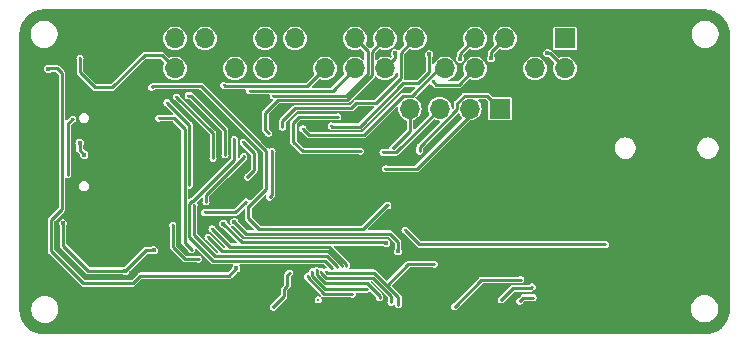
<source format=gbl>
G04 #@! TF.GenerationSoftware,KiCad,Pcbnew,7.0.7*
G04 #@! TF.CreationDate,2023-09-27T05:56:11+07:00*
G04 #@! TF.ProjectId,Radianite-Micro-F1C200s,52616469-616e-4697-9465-2d4d6963726f,rev?*
G04 #@! TF.SameCoordinates,Original*
G04 #@! TF.FileFunction,Copper,L2,Bot*
G04 #@! TF.FilePolarity,Positive*
%FSLAX46Y46*%
G04 Gerber Fmt 4.6, Leading zero omitted, Abs format (unit mm)*
G04 Created by KiCad (PCBNEW 7.0.7) date 2023-09-27 05:56:11*
%MOMM*%
%LPD*%
G01*
G04 APERTURE LIST*
G04 #@! TA.AperFunction,ComponentPad*
%ADD10R,1.700000X1.700000*%
G04 #@! TD*
G04 #@! TA.AperFunction,ComponentPad*
%ADD11O,1.700000X1.700000*%
G04 #@! TD*
G04 #@! TA.AperFunction,ComponentPad*
%ADD12O,1.050000X1.900000*%
G04 #@! TD*
G04 #@! TA.AperFunction,ComponentPad*
%ADD13O,2.100000X1.000000*%
G04 #@! TD*
G04 #@! TA.AperFunction,ComponentPad*
%ADD14O,1.600000X1.000000*%
G04 #@! TD*
G04 #@! TA.AperFunction,ViaPad*
%ADD15C,0.400000*%
G04 #@! TD*
G04 #@! TA.AperFunction,ViaPad*
%ADD16C,0.300000*%
G04 #@! TD*
G04 #@! TA.AperFunction,Conductor*
%ADD17C,0.250000*%
G04 #@! TD*
G04 APERTURE END LIST*
D10*
G04 #@! TO.P,J4,1,Pin_1*
G04 #@! TO.N,Net-(J4-Pin_1)*
X140680000Y-108400000D03*
D11*
G04 #@! TO.P,J4,2,Pin_2*
G04 #@! TO.N,Net-(J4-Pin_2)*
X138140000Y-108400000D03*
G04 #@! TO.P,J4,3,Pin_3*
G04 #@! TO.N,Net-(J4-Pin_3)*
X135600000Y-108400000D03*
G04 #@! TO.P,J4,4,Pin_4*
G04 #@! TO.N,Net-(J4-Pin_4)*
X133060000Y-108400000D03*
G04 #@! TD*
D12*
G04 #@! TO.P,J2,6,Shield*
G04 #@! TO.N,GND*
X107005000Y-126080000D03*
X114155000Y-126080000D03*
G04 #@! TD*
D13*
G04 #@! TO.P,J1,S1,SHIELD*
G04 #@! TO.N,GND*
X105980000Y-107760000D03*
D14*
X101800000Y-107760000D03*
D13*
X105980000Y-116400000D03*
D14*
X101800000Y-116400000D03*
G04 #@! TD*
D10*
G04 #@! TO.P,J6,1,Pin_1*
G04 #@! TO.N,/D1*
X146200000Y-102460000D03*
D11*
G04 #@! TO.P,J6,2,Pin_2*
G04 #@! TO.N,/D2*
X146200000Y-105000000D03*
G04 #@! TO.P,J6,3,Pin_3*
G04 #@! TO.N,GND*
X143660000Y-102460000D03*
G04 #@! TO.P,J6,4,Pin_4*
G04 #@! TO.N,/D3*
X143660000Y-105000000D03*
G04 #@! TO.P,J6,5,Pin_5*
G04 #@! TO.N,/D4*
X141120000Y-102460000D03*
G04 #@! TO.P,J6,6,Pin_6*
G04 #@! TO.N,GND*
X141120000Y-105000000D03*
G04 #@! TO.P,J6,7,Pin_7*
G04 #@! TO.N,/D5*
X138580000Y-102460000D03*
G04 #@! TO.P,J6,8,Pin_8*
G04 #@! TO.N,/D6*
X138580000Y-105000000D03*
G04 #@! TO.P,J6,9,Pin_9*
G04 #@! TO.N,GND*
X136040000Y-102460000D03*
G04 #@! TO.P,J6,10,Pin_10*
G04 #@! TO.N,/D12*
X136040000Y-105000000D03*
G04 #@! TO.P,J6,11,Pin_11*
G04 #@! TO.N,/D13*
X133500000Y-102460000D03*
G04 #@! TO.P,J6,12,Pin_12*
G04 #@! TO.N,GND*
X133500000Y-105000000D03*
G04 #@! TO.P,J6,13,Pin_13*
G04 #@! TO.N,/D14*
X130960000Y-102460000D03*
G04 #@! TO.P,J6,14,Pin_14*
G04 #@! TO.N,/D15*
X130960000Y-105000000D03*
G04 #@! TO.P,J6,15,Pin_15*
G04 #@! TO.N,/D16*
X128420000Y-102460000D03*
G04 #@! TO.P,J6,16,Pin_16*
G04 #@! TO.N,/D18*
X128420000Y-105000000D03*
G04 #@! TO.P,J6,17,Pin_17*
G04 #@! TO.N,GND*
X125880000Y-102460000D03*
G04 #@! TO.P,J6,18,Pin_18*
G04 #@! TO.N,/D20*
X125880000Y-105000000D03*
G04 #@! TO.P,J6,19,Pin_19*
G04 #@! TO.N,/D21*
X123340000Y-102460000D03*
G04 #@! TO.P,J6,20,Pin_20*
G04 #@! TO.N,GND*
X123340000Y-105000000D03*
G04 #@! TO.P,J6,21,Pin_21*
G04 #@! TO.N,unconnected-(J6-Pin_21-Pad21)*
X120800000Y-102460000D03*
G04 #@! TO.P,J6,22,Pin_22*
G04 #@! TO.N,unconnected-(J6-Pin_22-Pad22)*
X120800000Y-105000000D03*
G04 #@! TO.P,J6,23,Pin_23*
G04 #@! TO.N,GND*
X118260000Y-102460000D03*
G04 #@! TO.P,J6,24,Pin_24*
G04 #@! TO.N,unconnected-(J6-Pin_24-Pad24)*
X118260000Y-105000000D03*
G04 #@! TO.P,J6,25,Pin_25*
G04 #@! TO.N,unconnected-(J6-Pin_25-Pad25)*
X115720000Y-102460000D03*
G04 #@! TO.P,J6,26,Pin_26*
G04 #@! TO.N,GND*
X115720000Y-105000000D03*
G04 #@! TO.P,J6,27,Pin_27*
G04 #@! TO.N,+3V3*
X113180000Y-102460000D03*
G04 #@! TO.P,J6,28,Pin_28*
G04 #@! TO.N,VBUS*
X113180000Y-105000000D03*
G04 #@! TD*
D15*
G04 #@! TO.N,VBUS*
X108975000Y-122125000D03*
D16*
X105134835Y-104134835D03*
X104525000Y-109300000D03*
X104100000Y-114000000D03*
D15*
X103700000Y-118100000D03*
X111400000Y-120400000D03*
D16*
G04 #@! TO.N,GND*
X124400000Y-126100000D03*
D15*
X105360000Y-101590000D03*
D16*
X112100000Y-122100000D03*
X136600000Y-115900000D03*
X132900000Y-116500000D03*
D15*
X106600000Y-115300000D03*
X123000000Y-116000000D03*
D16*
X115400000Y-118200000D03*
X131300000Y-117500000D03*
X158000000Y-118100000D03*
D15*
X106500000Y-119800000D03*
D16*
X102200000Y-117700000D03*
D15*
X125000000Y-118000000D03*
D16*
X138000000Y-126600000D03*
D15*
X125000000Y-116000000D03*
D16*
X106500000Y-120700000D03*
X101300000Y-119600000D03*
X109100000Y-107700000D03*
X112850000Y-116200000D03*
X129900000Y-107300000D03*
X129600000Y-108300000D03*
D15*
X111700000Y-126100000D03*
D16*
X127500000Y-108900000D03*
X106600000Y-103900000D03*
X133100000Y-112700000D03*
X153700000Y-115000000D03*
X122700000Y-124700000D03*
D15*
X108200000Y-123800000D03*
X127000000Y-114000000D03*
D16*
X121750000Y-108920000D03*
X132400000Y-113000000D03*
X132700000Y-115800000D03*
X133200000Y-126300000D03*
X134600000Y-126400000D03*
D15*
X123000000Y-114000000D03*
D16*
X142600000Y-115900000D03*
D15*
X100700000Y-104800000D03*
D16*
X130800000Y-114300000D03*
X128400000Y-108600000D03*
X146000000Y-126700000D03*
D15*
X127000000Y-116000000D03*
X106600000Y-108900000D03*
D16*
X126200000Y-126100000D03*
X105400000Y-110700000D03*
D15*
X112900000Y-123800000D03*
D16*
X107900000Y-117600000D03*
X112500000Y-111700000D03*
X108900000Y-115900000D03*
X115500000Y-112800000D03*
X109600000Y-101100000D03*
X133700000Y-112600000D03*
X105200000Y-124900000D03*
D15*
X123000000Y-118000000D03*
X109500000Y-126100000D03*
X125000000Y-114000000D03*
D16*
X120000000Y-125200000D03*
D15*
X127000000Y-118000000D03*
D16*
X132800000Y-115100000D03*
X105300000Y-113800000D03*
G04 #@! TO.N,+3V3*
X121400000Y-112000000D03*
X121200000Y-115900000D03*
X126970000Y-109110000D03*
X128900000Y-112000000D03*
G04 #@! TO.N,+2V5*
X115700000Y-117200000D03*
X119200000Y-116300000D03*
X113000000Y-118300000D03*
X115190000Y-121150000D03*
G04 #@! TO.N,+1V1*
X111200000Y-106600000D03*
X129200000Y-118500000D03*
X119400000Y-116725500D03*
X131200000Y-116600000D03*
X120900000Y-112000000D03*
G04 #@! TO.N,/CLKOUT*
X125300000Y-124600000D03*
G04 #@! TO.N,/CLKIN*
X122890000Y-122300000D03*
X121500000Y-125200000D03*
D15*
G04 #@! TO.N,/SOC_DP*
X131070000Y-119790000D03*
X117270000Y-118140000D03*
G04 #@! TO.N,/SOC_DM*
X132070000Y-120480000D03*
X105500000Y-112300000D03*
X118200000Y-118000000D03*
X105100000Y-111300000D03*
D16*
G04 #@! TO.N,Net-(J4-Pin_1)*
X133900000Y-112000000D03*
G04 #@! TO.N,Net-(J4-Pin_2)*
X131000000Y-113500000D03*
G04 #@! TO.N,Net-(J4-Pin_3)*
X130800000Y-112100000D03*
G04 #@! TO.N,Net-(J4-Pin_4)*
X131615166Y-111725500D03*
G04 #@! TO.N,/TF_DAT3*
X142365000Y-124715000D03*
X124400000Y-122600000D03*
X143500000Y-124400000D03*
X128200000Y-124100000D03*
G04 #@! TO.N,/TF_CMD*
X140800000Y-124600000D03*
X143425000Y-123500000D03*
X124774500Y-122225500D03*
X129400000Y-123700000D03*
G04 #@! TO.N,/TF_CLK*
X125174500Y-122060000D03*
X130500000Y-124400000D03*
G04 #@! TO.N,/TF_DAT0*
X125549000Y-122200000D03*
X142450000Y-122875000D03*
X136865000Y-125165000D03*
X131475000Y-124800000D03*
G04 #@! TO.N,/TF_DAT1*
X132100000Y-125025000D03*
X125964812Y-122235188D03*
X135150000Y-121570000D03*
D15*
G04 #@! TO.N,/D2*
X134700000Y-103800000D03*
D16*
X126410000Y-109870000D03*
D15*
X144700500Y-103702219D03*
G04 #@! TO.N,/D4*
X139940000Y-104140000D03*
G04 #@! TO.N,/D5*
X137300000Y-104194500D03*
D16*
G04 #@! TO.N,/D6*
X135000000Y-106100000D03*
G04 #@! TO.N,/D12*
X124000000Y-110100000D03*
G04 #@! TO.N,/D13*
X122267676Y-109990000D03*
G04 #@! TO.N,/D14*
X121100000Y-110500000D03*
D15*
G04 #@! TO.N,/D15*
X131800000Y-103720000D03*
D16*
G04 #@! TO.N,/D16*
X121500000Y-107300000D03*
G04 #@! TO.N,/D18*
X119500000Y-106900000D03*
X117420000Y-112320000D03*
X114300000Y-107300000D03*
G04 #@! TO.N,/D20*
X116400000Y-112600000D03*
X113300000Y-107400000D03*
X117300000Y-106400000D03*
G04 #@! TO.N,/D21*
X118960000Y-111260000D03*
X119300000Y-114200000D03*
G04 #@! TO.N,/RESET*
X132660000Y-118690000D03*
X149600000Y-119900000D03*
G04 #@! TO.N,/FLASH_MOSI*
X116310000Y-118580000D03*
X115800000Y-116300000D03*
X119000000Y-112425500D03*
X127700000Y-121700000D03*
G04 #@! TO.N,/FLASH_MISO*
X111800000Y-109200000D03*
X115980000Y-119280000D03*
X114590000Y-120350000D03*
X127300000Y-121700000D03*
G04 #@! TO.N,/FLASH_CS*
X112500000Y-107890000D03*
X126900000Y-121800000D03*
X114400000Y-114900000D03*
X114800000Y-116570000D03*
G04 #@! TO.N,/FLASH_SCK*
X118200000Y-111000000D03*
X126500000Y-121900000D03*
D15*
G04 #@! TO.N,Net-(D1-A)*
X118370000Y-121930000D03*
X102460000Y-105040000D03*
G04 #@! TD*
D17*
G04 #@! TO.N,VBUS*
X107885000Y-106615000D02*
X106415000Y-106615000D01*
X110700000Y-120400000D02*
X111400000Y-120400000D01*
X104525000Y-109300000D02*
X104480000Y-109300000D01*
X105134835Y-105334835D02*
X105134835Y-104134835D01*
X104480000Y-109300000D02*
X104100000Y-109680000D01*
X104100000Y-109680000D02*
X104100000Y-114000000D01*
X106415000Y-106615000D02*
X105134835Y-105334835D01*
X110610000Y-103890000D02*
X107885000Y-106615000D01*
X113180000Y-105000000D02*
X112070000Y-103890000D01*
X108975000Y-122125000D02*
X110700000Y-120400000D01*
X112070000Y-103890000D02*
X110610000Y-103890000D01*
X103700000Y-118100000D02*
X103700000Y-120000000D01*
X105825000Y-122125000D02*
X108975000Y-122125000D01*
X103700000Y-120000000D02*
X105825000Y-122125000D01*
G04 #@! TO.N,GND*
X133500000Y-104700000D02*
X133100000Y-104700000D01*
G04 #@! TO.N,+3V3*
X123200000Y-111200000D02*
X123200000Y-109600000D01*
X121200000Y-115900000D02*
X121400000Y-115700000D01*
X123690000Y-109110000D02*
X126970000Y-109110000D01*
X123200000Y-109600000D02*
X123690000Y-109110000D01*
X121400000Y-115700000D02*
X121400000Y-112000000D01*
X128900000Y-112000000D02*
X124000000Y-112000000D01*
X124000000Y-112000000D02*
X123200000Y-111200000D01*
G04 #@! TO.N,+2V5*
X119200000Y-116300000D02*
X118300000Y-117200000D01*
X118300000Y-117200000D02*
X115700000Y-117200000D01*
X115190000Y-121150000D02*
X114050000Y-121150000D01*
X114050000Y-121150000D02*
X113000000Y-120100000D01*
X113000000Y-120100000D02*
X113000000Y-118300000D01*
G04 #@! TO.N,+1V1*
X111200000Y-106600000D02*
X111300000Y-106500000D01*
X129200000Y-118500000D02*
X131100000Y-116600000D01*
X115400000Y-106500000D02*
X120900000Y-112000000D01*
X120300000Y-118600000D02*
X119400000Y-117700000D01*
X119400000Y-117700000D02*
X119400000Y-116725500D01*
X120900000Y-115225500D02*
X120900000Y-112000000D01*
X129200000Y-118500000D02*
X129100000Y-118600000D01*
X119400000Y-116725500D02*
X120900000Y-115225500D01*
X129100000Y-118600000D02*
X120300000Y-118600000D01*
X111300000Y-106500000D02*
X115400000Y-106500000D01*
X131100000Y-116600000D02*
X131200000Y-116600000D01*
G04 #@! TO.N,/CLKIN*
X122700000Y-123400000D02*
X122400000Y-123700000D01*
X122890000Y-122300000D02*
X122700000Y-122490000D01*
X122400000Y-123700000D02*
X122400000Y-124300000D01*
X122400000Y-124300000D02*
X121500000Y-125200000D01*
X122700000Y-122490000D02*
X122700000Y-123400000D01*
G04 #@! TO.N,/SOC_DP*
X131000000Y-119720000D02*
X118850000Y-119720000D01*
X118850000Y-119720000D02*
X117270000Y-118140000D01*
X131070000Y-119790000D02*
X131000000Y-119720000D01*
G04 #@! TO.N,/SOC_DM*
X119180000Y-118980000D02*
X118200000Y-118000000D01*
X132070000Y-120480000D02*
X132070000Y-119670000D01*
X105100000Y-111300000D02*
X105100000Y-111900000D01*
X105100000Y-111900000D02*
X105500000Y-112300000D01*
X131380000Y-118980000D02*
X119180000Y-118980000D01*
X132070000Y-119670000D02*
X131380000Y-118980000D01*
G04 #@! TO.N,Net-(J4-Pin_1)*
X133900000Y-112000000D02*
X133900000Y-111620280D01*
X137694720Y-107325000D02*
X139605000Y-107325000D01*
X139605000Y-107325000D02*
X140680000Y-108400000D01*
X137065000Y-107954720D02*
X137694720Y-107325000D01*
X137065000Y-108455280D02*
X137065000Y-107954720D01*
X133900000Y-111620280D02*
X137065000Y-108455280D01*
G04 #@! TO.N,Net-(J4-Pin_2)*
X131000000Y-113500000D02*
X133635026Y-113500000D01*
X138140000Y-108995026D02*
X138140000Y-108400000D01*
X133635026Y-113500000D02*
X138140000Y-108995026D01*
G04 #@! TO.N,Net-(J4-Pin_3)*
X130800000Y-112100000D02*
X131900000Y-112100000D01*
X131900000Y-112100000D02*
X135600000Y-108400000D01*
G04 #@! TO.N,Net-(J4-Pin_4)*
X131615166Y-111725500D02*
X133060000Y-110280666D01*
X133060000Y-110280666D02*
X133060000Y-108400000D01*
G04 #@! TO.N,/TF_DAT3*
X125800000Y-124100000D02*
X128200000Y-124100000D01*
X124400000Y-122700000D02*
X125800000Y-124100000D01*
X143500000Y-124400000D02*
X142680000Y-124400000D01*
X124400000Y-122600000D02*
X124400000Y-122700000D01*
X142680000Y-124400000D02*
X142365000Y-124715000D01*
G04 #@! TO.N,/TF_CMD*
X125900000Y-123700000D02*
X129400000Y-123700000D01*
X124774500Y-122225500D02*
X124774500Y-122574500D01*
X141775000Y-123625000D02*
X140800000Y-124600000D01*
X143425000Y-123500000D02*
X143300000Y-123625000D01*
X124774500Y-122574500D02*
X125900000Y-123700000D01*
X143300000Y-123625000D02*
X141775000Y-123625000D01*
G04 #@! TO.N,/TF_CLK*
X125894974Y-123200000D02*
X129430331Y-123200000D01*
X130500000Y-124269669D02*
X130500000Y-124400000D01*
X125174500Y-122479526D02*
X125894974Y-123200000D01*
X129430331Y-123200000D02*
X130500000Y-124269669D01*
X125174500Y-122060000D02*
X125174500Y-122479526D01*
G04 #@! TO.N,/TF_DAT0*
X129980331Y-122750000D02*
X125950000Y-122750000D01*
X125549000Y-122349000D02*
X125549000Y-122200000D01*
X142450000Y-122875000D02*
X142425000Y-122900000D01*
X125950000Y-122750000D02*
X125549000Y-122349000D01*
X139130000Y-122900000D02*
X136865000Y-125165000D01*
X131475000Y-124800000D02*
X131475000Y-124244669D01*
X142425000Y-122900000D02*
X139130000Y-122900000D01*
X131475000Y-124244669D02*
X129980331Y-122750000D01*
G04 #@! TO.N,/TF_DAT1*
X126029624Y-122300000D02*
X130030331Y-122300000D01*
X130030331Y-122300000D02*
X131115165Y-123384835D01*
X125964812Y-122235188D02*
X126029624Y-122300000D01*
X132100000Y-124369670D02*
X131115165Y-123384835D01*
X135150000Y-121570000D02*
X132930000Y-121570000D01*
X132100000Y-125025000D02*
X132100000Y-124369670D01*
X132930000Y-121570000D02*
X131115165Y-123384835D01*
G04 #@! TO.N,/D2*
X126460000Y-109920000D02*
X128809108Y-109920000D01*
X133745280Y-106275000D02*
X134700000Y-105320280D01*
X128809108Y-109920000D02*
X132454108Y-106275000D01*
X134700000Y-105320280D02*
X134700000Y-103800000D01*
X144700500Y-103702219D02*
X144902219Y-103702219D01*
X132454108Y-106275000D02*
X133745280Y-106275000D01*
X126410000Y-109870000D02*
X126460000Y-109920000D01*
X144902219Y-103702219D02*
X146200000Y-105000000D01*
G04 #@! TO.N,/D4*
X139940000Y-104140000D02*
X139940000Y-103640000D01*
X139940000Y-103640000D02*
X141120000Y-102460000D01*
G04 #@! TO.N,/D5*
X137300000Y-103740000D02*
X138580000Y-102460000D01*
X137300000Y-104194500D02*
X137300000Y-103740000D01*
G04 #@! TO.N,/D6*
X135270000Y-106370000D02*
X137210000Y-106370000D01*
X135000000Y-106100000D02*
X135270000Y-106370000D01*
X137210000Y-106370000D02*
X138580000Y-105000000D01*
G04 #@! TO.N,/D12*
X124540000Y-110640000D02*
X129160000Y-110640000D01*
X124000000Y-110100000D02*
X124540000Y-110640000D01*
X129160000Y-110640000D02*
X132475000Y-107325000D01*
X135569669Y-105000000D02*
X136040000Y-105000000D01*
X133244669Y-107325000D02*
X135569669Y-105000000D01*
X132475000Y-107325000D02*
X133244669Y-107325000D01*
G04 #@! TO.N,/D13*
X122267676Y-109990000D02*
X122267676Y-109452324D01*
X123350000Y-108370000D02*
X128099669Y-108370000D01*
X130175000Y-107925000D02*
X132300000Y-105800000D01*
X128544669Y-107925000D02*
X130175000Y-107925000D01*
X122267676Y-109452324D02*
X123350000Y-108370000D01*
X132300000Y-105800000D02*
X132300000Y-103660000D01*
X128099669Y-108370000D02*
X128544669Y-107925000D01*
X132300000Y-103660000D02*
X133500000Y-102460000D01*
G04 #@! TO.N,/D14*
X129845000Y-103575000D02*
X130960000Y-102460000D01*
X127785254Y-107650000D02*
X129845000Y-105590254D01*
X121919669Y-107650000D02*
X127785254Y-107650000D01*
X121919669Y-107650000D02*
X120825000Y-108744669D01*
X129845000Y-105590254D02*
X129845000Y-103575000D01*
X120825000Y-110225000D02*
X121100000Y-110500000D01*
X120825000Y-108744669D02*
X120825000Y-110225000D01*
G04 #@! TO.N,/D15*
X131800000Y-104160000D02*
X130960000Y-105000000D01*
X131800000Y-103720000D02*
X131800000Y-104160000D01*
G04 #@! TO.N,/D16*
X129495000Y-105445280D02*
X129495000Y-103535000D01*
X127640280Y-107300000D02*
X129495000Y-105445280D01*
X129495000Y-103535000D02*
X128420000Y-102460000D01*
X121500000Y-107300000D02*
X127640280Y-107300000D01*
G04 #@! TO.N,/D18*
X114500000Y-107300000D02*
X114300000Y-107300000D01*
X126520000Y-106900000D02*
X128420000Y-105000000D01*
X117420000Y-110220000D02*
X114500000Y-107300000D01*
X117420000Y-112320000D02*
X117420000Y-110220000D01*
X119500000Y-106900000D02*
X126520000Y-106900000D01*
G04 #@! TO.N,/D20*
X117300000Y-106400000D02*
X117400000Y-106500000D01*
X117400000Y-106500000D02*
X124380000Y-106500000D01*
X124380000Y-106500000D02*
X125880000Y-105000000D01*
X116400000Y-110500000D02*
X113300000Y-107400000D01*
X116400000Y-112600000D02*
X116400000Y-110500000D01*
G04 #@! TO.N,/D21*
X118960000Y-111260000D02*
X119900000Y-112200000D01*
X119900000Y-113600000D02*
X119300000Y-114200000D01*
X119900000Y-112200000D02*
X119900000Y-113600000D01*
G04 #@! TO.N,/RESET*
X133870000Y-119900000D02*
X149600000Y-119900000D01*
X132660000Y-118690000D02*
X133870000Y-119900000D01*
G04 #@! TO.N,/FLASH_MOSI*
X115800000Y-116300000D02*
X115800000Y-115740000D01*
X126220331Y-120090000D02*
X127700000Y-121569669D01*
X127700000Y-121569669D02*
X127700000Y-121700000D01*
X119000000Y-112540000D02*
X119000000Y-112425500D01*
X117820000Y-120090000D02*
X126220331Y-120090000D01*
X116310000Y-118580000D02*
X117820000Y-120090000D01*
X115800000Y-115740000D02*
X119000000Y-112540000D01*
G04 #@! TO.N,/FLASH_MISO*
X127300000Y-121669669D02*
X127300000Y-121700000D01*
X114590000Y-120350000D02*
X114000000Y-119760000D01*
X113100000Y-109200000D02*
X111800000Y-109200000D01*
X114000000Y-119760000D02*
X114000000Y-110100000D01*
X126120331Y-120490000D02*
X127300000Y-121669669D01*
X114000000Y-110100000D02*
X113100000Y-109200000D01*
X115980000Y-119280000D02*
X117190000Y-120490000D01*
X117190000Y-120490000D02*
X126120331Y-120490000D01*
G04 #@! TO.N,/FLASH_CS*
X114800000Y-116570000D02*
X114800000Y-119130000D01*
X126900000Y-121769669D02*
X126900000Y-121800000D01*
X114800000Y-119130000D02*
X116580000Y-120910000D01*
X114400000Y-109790000D02*
X112500000Y-107890000D01*
X126040331Y-120910000D02*
X126900000Y-121769669D01*
X114400000Y-114900000D02*
X114400000Y-109790000D01*
X116580000Y-120910000D02*
X126040331Y-120910000D01*
G04 #@! TO.N,/FLASH_SCK*
X118200000Y-112740000D02*
X114745000Y-116195000D01*
X114400000Y-116439669D02*
X114400000Y-119280000D01*
X118200000Y-111000000D02*
X118200000Y-112740000D01*
X114644669Y-116195000D02*
X114400000Y-116439669D01*
X125900000Y-121300000D02*
X126500000Y-121900000D01*
X116420000Y-121300000D02*
X125900000Y-121300000D01*
X114745000Y-116195000D02*
X114644669Y-116195000D01*
X114400000Y-119280000D02*
X116420000Y-121300000D01*
G04 #@! TO.N,Net-(D1-A)*
X109600000Y-123200000D02*
X105400000Y-123200000D01*
X110250000Y-122550000D02*
X109600000Y-123200000D01*
X102700000Y-117800000D02*
X103600000Y-116900000D01*
X103600000Y-105400000D02*
X103200000Y-105000000D01*
X117750000Y-122550000D02*
X110250000Y-122550000D01*
X102500000Y-105000000D02*
X102460000Y-105040000D01*
X102700000Y-120500000D02*
X102700000Y-117800000D01*
X118370000Y-121930000D02*
X117750000Y-122550000D01*
X103600000Y-116900000D02*
X103600000Y-105400000D01*
X103200000Y-105000000D02*
X102500000Y-105000000D01*
X105400000Y-123200000D02*
X102700000Y-120500000D01*
G04 #@! TD*
G04 #@! TA.AperFunction,Conductor*
G04 #@! TO.N,GND*
G36*
X158065569Y-99995782D02*
G01*
X158085080Y-99997194D01*
X158146621Y-100001652D01*
X158345789Y-100017290D01*
X158350293Y-100017927D01*
X158470646Y-100042651D01*
X158627600Y-100077813D01*
X158631595Y-100078948D01*
X158633938Y-100079758D01*
X158755800Y-100121896D01*
X158806256Y-100141034D01*
X158898558Y-100176045D01*
X158901970Y-100177540D01*
X158971120Y-100212077D01*
X159022677Y-100237827D01*
X159099935Y-100280505D01*
X159153689Y-100310199D01*
X159156488Y-100311911D01*
X159269013Y-100387828D01*
X159270574Y-100388943D01*
X159382698Y-100473621D01*
X159388274Y-100477832D01*
X159390480Y-100479635D01*
X159492656Y-100569945D01*
X159494390Y-100571580D01*
X159598024Y-100675959D01*
X159599648Y-100677704D01*
X159689230Y-100780532D01*
X159691010Y-100782742D01*
X159779045Y-100901064D01*
X159780180Y-100902678D01*
X159811284Y-100949500D01*
X159852784Y-101011972D01*
X159855275Y-101015721D01*
X159856970Y-101018537D01*
X159928393Y-101150051D01*
X159987818Y-101271192D01*
X159989289Y-101274616D01*
X160042424Y-101417786D01*
X160084469Y-101542258D01*
X160085577Y-101546272D01*
X160119628Y-101703537D01*
X160143466Y-101823947D01*
X160144078Y-101828509D01*
X160158579Y-102032197D01*
X160163554Y-102108463D01*
X160163633Y-102110871D01*
X160164575Y-125413857D01*
X160164496Y-125416278D01*
X160159094Y-125498725D01*
X160145004Y-125695744D01*
X160144386Y-125700327D01*
X160120062Y-125822622D01*
X160086443Y-125977170D01*
X160085325Y-125981201D01*
X160042720Y-126106715D01*
X159990038Y-126247959D01*
X159988555Y-126251395D01*
X159928510Y-126373159D01*
X159857569Y-126503079D01*
X159855858Y-126505904D01*
X159780089Y-126619301D01*
X159778945Y-126620918D01*
X159691460Y-126737784D01*
X159689658Y-126740008D01*
X159599359Y-126842974D01*
X159597703Y-126844742D01*
X159494742Y-126947703D01*
X159492974Y-126949359D01*
X159390008Y-127039658D01*
X159387784Y-127041460D01*
X159270918Y-127128945D01*
X159269301Y-127130089D01*
X159155904Y-127205858D01*
X159153079Y-127207569D01*
X159023159Y-127278510D01*
X158901395Y-127338555D01*
X158897959Y-127340038D01*
X158756715Y-127392720D01*
X158631201Y-127435325D01*
X158627170Y-127436443D01*
X158472622Y-127470062D01*
X158350327Y-127494386D01*
X158345744Y-127495004D01*
X158148726Y-127509094D01*
X158066279Y-127514497D01*
X158063859Y-127514576D01*
X102101205Y-127514576D01*
X102098805Y-127514497D01*
X102062040Y-127512087D01*
X102015187Y-127509016D01*
X101819520Y-127495037D01*
X101814934Y-127494420D01*
X101691139Y-127469796D01*
X101538107Y-127436505D01*
X101534075Y-127435386D01*
X101407633Y-127392465D01*
X101267318Y-127340129D01*
X101263881Y-127338645D01*
X101141427Y-127278257D01*
X101012229Y-127207710D01*
X101009404Y-127205999D01*
X100895404Y-127129826D01*
X100893795Y-127128689D01*
X100843125Y-127090756D01*
X100777546Y-127041664D01*
X100775334Y-127039871D01*
X100712845Y-126985070D01*
X100671826Y-126949096D01*
X100670066Y-126947448D01*
X100618850Y-126896232D01*
X100567643Y-126845024D01*
X100565987Y-126843257D01*
X100475216Y-126739750D01*
X100473422Y-126737538D01*
X100386385Y-126621268D01*
X100385279Y-126619706D01*
X100309083Y-126505669D01*
X100307377Y-126502850D01*
X100293482Y-126477403D01*
X100236836Y-126373660D01*
X100231396Y-126362629D01*
X100176431Y-126251169D01*
X100174957Y-126247752D01*
X100122631Y-126107456D01*
X100102741Y-126048861D01*
X100079703Y-125980991D01*
X100078588Y-125976974D01*
X100045303Y-125823962D01*
X100020674Y-125700136D01*
X100020058Y-125695567D01*
X100006545Y-125506613D01*
X100999500Y-125506613D01*
X101008125Y-125552749D01*
X101038679Y-125716198D01*
X101115702Y-125915019D01*
X101227948Y-126096302D01*
X101328345Y-126206431D01*
X101366202Y-126247959D01*
X101371593Y-126253872D01*
X101537079Y-126378842D01*
X101541741Y-126382363D01*
X101541747Y-126382367D01*
X101732606Y-126477403D01*
X101732608Y-126477403D01*
X101732611Y-126477405D01*
X101937690Y-126535756D01*
X101937696Y-126535757D01*
X102026515Y-126543986D01*
X102096806Y-126550500D01*
X102096808Y-126550500D01*
X102203192Y-126550500D01*
X102203194Y-126550500D01*
X102292019Y-126542269D01*
X102362303Y-126535757D01*
X102362307Y-126535756D01*
X102362310Y-126535756D01*
X102567389Y-126477405D01*
X102758255Y-126382366D01*
X102928407Y-126253872D01*
X103072052Y-126096302D01*
X103184298Y-125915019D01*
X103261321Y-125716198D01*
X103300500Y-125506610D01*
X103300500Y-125293390D01*
X103283042Y-125200000D01*
X121194864Y-125200000D01*
X121213265Y-125304362D01*
X121266252Y-125396139D01*
X121347429Y-125464254D01*
X121347432Y-125464256D01*
X121447011Y-125500499D01*
X121447012Y-125500500D01*
X121447014Y-125500500D01*
X121552988Y-125500500D01*
X121552988Y-125500499D01*
X121652568Y-125464256D01*
X121733748Y-125396138D01*
X121783888Y-125309292D01*
X121795642Y-125293972D01*
X122570472Y-124519142D01*
X122581676Y-124509947D01*
X122598624Y-124498624D01*
X122625326Y-124458663D01*
X122659515Y-124407495D01*
X122680897Y-124300000D01*
X122679277Y-124291858D01*
X122676922Y-124280015D01*
X122675500Y-124265579D01*
X122675500Y-123844767D01*
X122692813Y-123797201D01*
X122697164Y-123792451D01*
X122870473Y-123619141D01*
X122881676Y-123609947D01*
X122898624Y-123598624D01*
X122959515Y-123507495D01*
X122975500Y-123427133D01*
X122975500Y-123427132D01*
X122980897Y-123400000D01*
X122976919Y-123380004D01*
X122975499Y-123365589D01*
X122975499Y-122640480D01*
X122992812Y-122592915D01*
X123024189Y-122570944D01*
X123042568Y-122564256D01*
X123123748Y-122496138D01*
X123176734Y-122404363D01*
X123195136Y-122300000D01*
X123176734Y-122195637D01*
X123123748Y-122103862D01*
X123123747Y-122103860D01*
X123042570Y-122035745D01*
X123042567Y-122035743D01*
X122942988Y-121999500D01*
X122942986Y-121999500D01*
X122837014Y-121999500D01*
X122837011Y-121999500D01*
X122737432Y-122035743D01*
X122737429Y-122035745D01*
X122656252Y-122103860D01*
X122606116Y-122190700D01*
X122594356Y-122206026D01*
X122529529Y-122270853D01*
X122518319Y-122280053D01*
X122501377Y-122291374D01*
X122501375Y-122291376D01*
X122501376Y-122291376D01*
X122488301Y-122310944D01*
X122484917Y-122316008D01*
X122473170Y-122333588D01*
X122440485Y-122382504D01*
X122424779Y-122461466D01*
X122419103Y-122489999D01*
X122423078Y-122509986D01*
X122424499Y-122524420D01*
X122424499Y-123255231D01*
X122407186Y-123302797D01*
X122402825Y-123307557D01*
X122229529Y-123480853D01*
X122218319Y-123490053D01*
X122201377Y-123501374D01*
X122201375Y-123501376D01*
X122140485Y-123592505D01*
X122130172Y-123644351D01*
X122119103Y-123699999D01*
X122119103Y-123700000D01*
X122123078Y-123719983D01*
X122124500Y-123734420D01*
X122124500Y-124155231D01*
X122107187Y-124202797D01*
X122102826Y-124207557D01*
X121401809Y-124908573D01*
X121374794Y-124925784D01*
X121347430Y-124935744D01*
X121266252Y-125003860D01*
X121213265Y-125095637D01*
X121194864Y-125200000D01*
X103283042Y-125200000D01*
X103261321Y-125083802D01*
X103184298Y-124884981D01*
X103072052Y-124703698D01*
X102928407Y-124546128D01*
X102781482Y-124435174D01*
X102758258Y-124417636D01*
X102758252Y-124417632D01*
X102567393Y-124322596D01*
X102567383Y-124322593D01*
X102362309Y-124264243D01*
X102362303Y-124264242D01*
X102203200Y-124249500D01*
X102203194Y-124249500D01*
X102096806Y-124249500D01*
X102096799Y-124249500D01*
X101937696Y-124264242D01*
X101937690Y-124264243D01*
X101732616Y-124322593D01*
X101732606Y-124322596D01*
X101541747Y-124417632D01*
X101541741Y-124417636D01*
X101371590Y-124546130D01*
X101227946Y-124703700D01*
X101115705Y-124884976D01*
X101115700Y-124884986D01*
X101038680Y-125083798D01*
X100999500Y-125293386D01*
X100999500Y-125506613D01*
X100006545Y-125506613D01*
X100006271Y-125502783D01*
X100000578Y-125415906D01*
X100000500Y-125413504D01*
X100000500Y-105040000D01*
X102105131Y-105040000D01*
X102122499Y-105149660D01*
X102160569Y-105224376D01*
X102172905Y-105248587D01*
X102251413Y-105327095D01*
X102350339Y-105377500D01*
X102460000Y-105394869D01*
X102569661Y-105377500D01*
X102668587Y-105327095D01*
X102698507Y-105297174D01*
X102744384Y-105275782D01*
X102750834Y-105275500D01*
X103055232Y-105275500D01*
X103102798Y-105292813D01*
X103107558Y-105297174D01*
X103302826Y-105492442D01*
X103324218Y-105538318D01*
X103324500Y-105544768D01*
X103324500Y-116755231D01*
X103307187Y-116802797D01*
X103302826Y-116807557D01*
X102529529Y-117580853D01*
X102518319Y-117590053D01*
X102501377Y-117601374D01*
X102501376Y-117601375D01*
X102486005Y-117624378D01*
X102468527Y-117650534D01*
X102444532Y-117686446D01*
X102435330Y-117697659D01*
X102434523Y-117698465D01*
X102436105Y-117714523D01*
X102419103Y-117799999D01*
X102419103Y-117800000D01*
X102423078Y-117819983D01*
X102424500Y-117834420D01*
X102424500Y-120465579D01*
X102423078Y-120480015D01*
X102419103Y-120499999D01*
X102419102Y-120500000D01*
X102424500Y-120527132D01*
X102424500Y-120527133D01*
X102440485Y-120607495D01*
X102468528Y-120649465D01*
X102485924Y-120675500D01*
X102493671Y-120687094D01*
X102501377Y-120698625D01*
X102501378Y-120698626D01*
X102518314Y-120709942D01*
X102529529Y-120719145D01*
X105180853Y-123370469D01*
X105190055Y-123381682D01*
X105201375Y-123398623D01*
X105201376Y-123398624D01*
X105221355Y-123411974D01*
X105292506Y-123459516D01*
X105399999Y-123480897D01*
X105400000Y-123480897D01*
X105400001Y-123480897D01*
X105419985Y-123476922D01*
X105434421Y-123475500D01*
X109565580Y-123475500D01*
X109580016Y-123476921D01*
X109600000Y-123480897D01*
X109600001Y-123480897D01*
X109604622Y-123479977D01*
X109627132Y-123475500D01*
X109627133Y-123475500D01*
X109707495Y-123459515D01*
X109759898Y-123424500D01*
X109775622Y-123413994D01*
X109775622Y-123413993D01*
X109783636Y-123408639D01*
X109783638Y-123408636D01*
X109798624Y-123398624D01*
X109809944Y-123381681D01*
X109819141Y-123370474D01*
X110342442Y-122847173D01*
X110388319Y-122825782D01*
X110394768Y-122825500D01*
X117715580Y-122825500D01*
X117730016Y-122826921D01*
X117750000Y-122830897D01*
X117750001Y-122830897D01*
X117754622Y-122829977D01*
X117777132Y-122825500D01*
X117777133Y-122825500D01*
X117857495Y-122809515D01*
X117905768Y-122777260D01*
X117933635Y-122758641D01*
X117933641Y-122758635D01*
X117938967Y-122755076D01*
X117948624Y-122748624D01*
X117959944Y-122731681D01*
X117969141Y-122720474D01*
X118394286Y-122295328D01*
X118435034Y-122274567D01*
X118479661Y-122267500D01*
X118578587Y-122217095D01*
X118657095Y-122138587D01*
X118707500Y-122039661D01*
X118724869Y-121930000D01*
X118707500Y-121820339D01*
X118657095Y-121721413D01*
X118637508Y-121701826D01*
X118616116Y-121655950D01*
X118629217Y-121607055D01*
X118670681Y-121578021D01*
X118689834Y-121575500D01*
X125755232Y-121575500D01*
X125802798Y-121592813D01*
X125807558Y-121597174D01*
X126018746Y-121808362D01*
X126040138Y-121854238D01*
X126027037Y-121903133D01*
X125985573Y-121932167D01*
X125966420Y-121934688D01*
X125911823Y-121934688D01*
X125806160Y-121973146D01*
X125805201Y-121970513D01*
X125766522Y-121977321D01*
X125731829Y-121961136D01*
X125701568Y-121935744D01*
X125701567Y-121935743D01*
X125601988Y-121899500D01*
X125601986Y-121899500D01*
X125496014Y-121899500D01*
X125496013Y-121899500D01*
X125489637Y-121900624D01*
X125489257Y-121898473D01*
X125448209Y-121898468D01*
X125412645Y-121868618D01*
X125412407Y-121868819D01*
X125411270Y-121867464D01*
X125409441Y-121865929D01*
X125408248Y-121863862D01*
X125408247Y-121863861D01*
X125408246Y-121863859D01*
X125408245Y-121863858D01*
X125327070Y-121795745D01*
X125327067Y-121795743D01*
X125227488Y-121759500D01*
X125227486Y-121759500D01*
X125121514Y-121759500D01*
X125121511Y-121759500D01*
X125021932Y-121795743D01*
X125021929Y-121795745D01*
X124940751Y-121863861D01*
X124922960Y-121894676D01*
X124884183Y-121927213D01*
X124833567Y-121927213D01*
X124827486Y-121925000D01*
X124721514Y-121925000D01*
X124721511Y-121925000D01*
X124621932Y-121961243D01*
X124621929Y-121961245D01*
X124540752Y-122029360D01*
X124487765Y-122121137D01*
X124468240Y-122231876D01*
X124467115Y-122231677D01*
X124452051Y-122273066D01*
X124408214Y-122298376D01*
X124395364Y-122299500D01*
X124347011Y-122299500D01*
X124247432Y-122335743D01*
X124247429Y-122335745D01*
X124166252Y-122403860D01*
X124113265Y-122495637D01*
X124094864Y-122600000D01*
X124113265Y-122704362D01*
X124117388Y-122711503D01*
X124125878Y-122734063D01*
X124128775Y-122748625D01*
X124140485Y-122807495D01*
X124159509Y-122835966D01*
X124185590Y-122875000D01*
X124201376Y-122898624D01*
X124201377Y-122898624D01*
X124201378Y-122898626D01*
X124218314Y-122909942D01*
X124229529Y-122919145D01*
X125520866Y-124210482D01*
X125542258Y-124256358D01*
X125529157Y-124305253D01*
X125487693Y-124334287D01*
X125443231Y-124332345D01*
X125352988Y-124299500D01*
X125352986Y-124299500D01*
X125247014Y-124299500D01*
X125247011Y-124299500D01*
X125147432Y-124335743D01*
X125147429Y-124335745D01*
X125066252Y-124403860D01*
X125013265Y-124495637D01*
X124994864Y-124600000D01*
X125013265Y-124704362D01*
X125066252Y-124796139D01*
X125147429Y-124864254D01*
X125147432Y-124864256D01*
X125247011Y-124900499D01*
X125247012Y-124900500D01*
X125247014Y-124900500D01*
X125352988Y-124900500D01*
X125352988Y-124900499D01*
X125452568Y-124864256D01*
X125518458Y-124808968D01*
X125533747Y-124796139D01*
X125533748Y-124796138D01*
X125586734Y-124704363D01*
X125605136Y-124600000D01*
X125586734Y-124495637D01*
X125551037Y-124433809D01*
X125542248Y-124383960D01*
X125567558Y-124340123D01*
X125615124Y-124322810D01*
X125656236Y-124335281D01*
X125662652Y-124339567D01*
X125692505Y-124359515D01*
X125772867Y-124375500D01*
X125772868Y-124375500D01*
X125799999Y-124380897D01*
X125800000Y-124380897D01*
X125819983Y-124376921D01*
X125834420Y-124375500D01*
X128065278Y-124375500D01*
X128090587Y-124379963D01*
X128098893Y-124382986D01*
X128147012Y-124400499D01*
X128147012Y-124400500D01*
X128147014Y-124400500D01*
X128252988Y-124400500D01*
X128252988Y-124400499D01*
X128352568Y-124364256D01*
X128422885Y-124305253D01*
X128433747Y-124296139D01*
X128442221Y-124281462D01*
X128486734Y-124204363D01*
X128505136Y-124100000D01*
X128498497Y-124062349D01*
X128507287Y-124012500D01*
X128546063Y-123979963D01*
X128571373Y-123975500D01*
X129265278Y-123975500D01*
X129290587Y-123979963D01*
X129347012Y-124000499D01*
X129347012Y-124000500D01*
X129347014Y-124000500D01*
X129452988Y-124000500D01*
X129452988Y-124000499D01*
X129552568Y-123964256D01*
X129633748Y-123896138D01*
X129633749Y-123896135D01*
X129637865Y-123892682D01*
X129685431Y-123875369D01*
X129732998Y-123892681D01*
X129737758Y-123897043D01*
X130174497Y-124333782D01*
X130195889Y-124379658D01*
X130195049Y-124398947D01*
X130194864Y-124399997D01*
X130194864Y-124399999D01*
X130213265Y-124504361D01*
X130213265Y-124504362D01*
X130213266Y-124504363D01*
X130224462Y-124523755D01*
X130266252Y-124596139D01*
X130347429Y-124664254D01*
X130347432Y-124664256D01*
X130447011Y-124700499D01*
X130447012Y-124700500D01*
X130447014Y-124700500D01*
X130552988Y-124700500D01*
X130552988Y-124700499D01*
X130652568Y-124664256D01*
X130716469Y-124610637D01*
X130733747Y-124596139D01*
X130733748Y-124596138D01*
X130786734Y-124504363D01*
X130805136Y-124400000D01*
X130786734Y-124295637D01*
X130786733Y-124295635D01*
X130785359Y-124291858D01*
X130782694Y-124276745D01*
X130782318Y-124276820D01*
X130780895Y-124269670D01*
X130780896Y-124269669D01*
X130775500Y-124242540D01*
X130775500Y-124242536D01*
X130759515Y-124162174D01*
X130742811Y-124137175D01*
X130713994Y-124094047D01*
X130713993Y-124094046D01*
X130711974Y-124091024D01*
X130711973Y-124091024D01*
X130698624Y-124071045D01*
X130698623Y-124071044D01*
X130681683Y-124059725D01*
X130670470Y-124050523D01*
X129771773Y-123151826D01*
X129750381Y-123105950D01*
X129763482Y-123057055D01*
X129804946Y-123028021D01*
X129824099Y-123025500D01*
X129835563Y-123025500D01*
X129883129Y-123042813D01*
X129887889Y-123047174D01*
X131177826Y-124337110D01*
X131199218Y-124382986D01*
X131199500Y-124389436D01*
X131199500Y-124656350D01*
X131189588Y-124693346D01*
X131188265Y-124695636D01*
X131169864Y-124800000D01*
X131188265Y-124904362D01*
X131241252Y-124996139D01*
X131322429Y-125064254D01*
X131322432Y-125064256D01*
X131422011Y-125100499D01*
X131422012Y-125100500D01*
X131422014Y-125100500D01*
X131527988Y-125100500D01*
X131527988Y-125100499D01*
X131627568Y-125064256D01*
X131681146Y-125019298D01*
X131728712Y-125001986D01*
X131776278Y-125019298D01*
X131801588Y-125063136D01*
X131813265Y-125129361D01*
X131866252Y-125221139D01*
X131947429Y-125289254D01*
X131947432Y-125289256D01*
X132047011Y-125325499D01*
X132047012Y-125325500D01*
X132047014Y-125325500D01*
X132152988Y-125325500D01*
X132152988Y-125325499D01*
X132252568Y-125289256D01*
X132333748Y-125221138D01*
X132366159Y-125165000D01*
X136559864Y-125165000D01*
X136578265Y-125269362D01*
X136631252Y-125361139D01*
X136712429Y-125429254D01*
X136712432Y-125429256D01*
X136812011Y-125465499D01*
X136812012Y-125465500D01*
X136812014Y-125465500D01*
X136917988Y-125465500D01*
X136917988Y-125465499D01*
X136935364Y-125459175D01*
X156862014Y-125459175D01*
X156901194Y-125668763D01*
X156913350Y-125700142D01*
X156978216Y-125867581D01*
X157090462Y-126048864D01*
X157234107Y-126206434D01*
X157399593Y-126331405D01*
X157404255Y-126334925D01*
X157404261Y-126334929D01*
X157595120Y-126429965D01*
X157595122Y-126429965D01*
X157595125Y-126429967D01*
X157761853Y-126477406D01*
X157800204Y-126488318D01*
X157800210Y-126488319D01*
X157889029Y-126496548D01*
X157959320Y-126503062D01*
X157959322Y-126503062D01*
X158065706Y-126503062D01*
X158065708Y-126503062D01*
X158154533Y-126494831D01*
X158224817Y-126488319D01*
X158224821Y-126488318D01*
X158224824Y-126488318D01*
X158429903Y-126429967D01*
X158620769Y-126334928D01*
X158790921Y-126206434D01*
X158934566Y-126048864D01*
X159046812Y-125867581D01*
X159123835Y-125668760D01*
X159163014Y-125459172D01*
X159163014Y-125245952D01*
X159123835Y-125036364D01*
X159046812Y-124837543D01*
X158934566Y-124656260D01*
X158790921Y-124498690D01*
X158670160Y-124407495D01*
X158620772Y-124370198D01*
X158620766Y-124370194D01*
X158429907Y-124275158D01*
X158429897Y-124275155D01*
X158224823Y-124216805D01*
X158224817Y-124216804D01*
X158065714Y-124202062D01*
X158065708Y-124202062D01*
X157959320Y-124202062D01*
X157959313Y-124202062D01*
X157800210Y-124216804D01*
X157800204Y-124216805D01*
X157595130Y-124275155D01*
X157595120Y-124275158D01*
X157404261Y-124370194D01*
X157404255Y-124370198D01*
X157234104Y-124498692D01*
X157090460Y-124656262D01*
X156978219Y-124837538D01*
X156978214Y-124837548D01*
X156901194Y-125036360D01*
X156901193Y-125036362D01*
X156901193Y-125036364D01*
X156895979Y-125064256D01*
X156862014Y-125245948D01*
X156862014Y-125459175D01*
X136935364Y-125459175D01*
X137017568Y-125429256D01*
X137098748Y-125361138D01*
X137148888Y-125274292D01*
X137160642Y-125258972D01*
X137819614Y-124600000D01*
X140494864Y-124600000D01*
X140513265Y-124704362D01*
X140566252Y-124796139D01*
X140647429Y-124864254D01*
X140647432Y-124864256D01*
X140747011Y-124900499D01*
X140747012Y-124900500D01*
X140747014Y-124900500D01*
X140852988Y-124900500D01*
X140852988Y-124900499D01*
X140952568Y-124864256D01*
X141033748Y-124796138D01*
X141080593Y-124715000D01*
X142059864Y-124715000D01*
X142078265Y-124819362D01*
X142131252Y-124911139D01*
X142212429Y-124979254D01*
X142212432Y-124979256D01*
X142312011Y-125015499D01*
X142312012Y-125015500D01*
X142312014Y-125015500D01*
X142417988Y-125015500D01*
X142417988Y-125015499D01*
X142517568Y-124979256D01*
X142598748Y-124911138D01*
X142648888Y-124824292D01*
X142660647Y-124808968D01*
X142772443Y-124697174D01*
X142818319Y-124675782D01*
X142824768Y-124675500D01*
X143365278Y-124675500D01*
X143390587Y-124679963D01*
X143447012Y-124700499D01*
X143447012Y-124700500D01*
X143447014Y-124700500D01*
X143552988Y-124700500D01*
X143552988Y-124700499D01*
X143652568Y-124664256D01*
X143716469Y-124610637D01*
X143733747Y-124596139D01*
X143733748Y-124596138D01*
X143786734Y-124504363D01*
X143805136Y-124400000D01*
X143786734Y-124295637D01*
X143773588Y-124272867D01*
X143733747Y-124203860D01*
X143652570Y-124135745D01*
X143652567Y-124135743D01*
X143552988Y-124099500D01*
X143552986Y-124099500D01*
X143447014Y-124099500D01*
X143447012Y-124099500D01*
X143390587Y-124120037D01*
X143365278Y-124124500D01*
X142714420Y-124124500D01*
X142699983Y-124123078D01*
X142680000Y-124119103D01*
X142652867Y-124124500D01*
X142569432Y-124141094D01*
X142563376Y-124146584D01*
X142506305Y-124184718D01*
X142481376Y-124201375D01*
X142481374Y-124201377D01*
X142470053Y-124218319D01*
X142460853Y-124229529D01*
X142266809Y-124423573D01*
X142239794Y-124440784D01*
X142212430Y-124450744D01*
X142131252Y-124518860D01*
X142078265Y-124610637D01*
X142059864Y-124715000D01*
X141080593Y-124715000D01*
X141083888Y-124709292D01*
X141095642Y-124693972D01*
X141867441Y-123922174D01*
X141913319Y-123900782D01*
X141919768Y-123900500D01*
X143265580Y-123900500D01*
X143280016Y-123901921D01*
X143300000Y-123905897D01*
X143300001Y-123905897D01*
X143304622Y-123904977D01*
X143327132Y-123900500D01*
X143327133Y-123900500D01*
X143407495Y-123884515D01*
X143449465Y-123856471D01*
X143475622Y-123838994D01*
X143475622Y-123838993D01*
X143483636Y-123833639D01*
X143483638Y-123833636D01*
X143498624Y-123823624D01*
X143509949Y-123806675D01*
X143519149Y-123795466D01*
X143523195Y-123791419D01*
X143550205Y-123774214D01*
X143577568Y-123764256D01*
X143658748Y-123696138D01*
X143711734Y-123604363D01*
X143730136Y-123500000D01*
X143711734Y-123395637D01*
X143658748Y-123303862D01*
X143658747Y-123303860D01*
X143577570Y-123235745D01*
X143577567Y-123235743D01*
X143477988Y-123199500D01*
X143477986Y-123199500D01*
X143372014Y-123199500D01*
X143372011Y-123199500D01*
X143272432Y-123235743D01*
X143272429Y-123235745D01*
X143191253Y-123303859D01*
X143189119Y-123307557D01*
X143186264Y-123312499D01*
X143147490Y-123345037D01*
X143122179Y-123349500D01*
X141809420Y-123349500D01*
X141794983Y-123348078D01*
X141775000Y-123344103D01*
X141667504Y-123365485D01*
X141601305Y-123409718D01*
X141576376Y-123426375D01*
X141576374Y-123426377D01*
X141565053Y-123443319D01*
X141555853Y-123454529D01*
X140701809Y-124308573D01*
X140674794Y-124325784D01*
X140647430Y-124335744D01*
X140566252Y-124403860D01*
X140513265Y-124495637D01*
X140494864Y-124600000D01*
X137819614Y-124600000D01*
X139222441Y-123197174D01*
X139268319Y-123175782D01*
X139274768Y-123175500D01*
X142390580Y-123175500D01*
X142405016Y-123176921D01*
X142425000Y-123180897D01*
X142444983Y-123176921D01*
X142459420Y-123175500D01*
X142502988Y-123175500D01*
X142502988Y-123175499D01*
X142602568Y-123139256D01*
X142683748Y-123071138D01*
X142736734Y-122979363D01*
X142755136Y-122875000D01*
X142736734Y-122770637D01*
X142696747Y-122701377D01*
X142683747Y-122678860D01*
X142602570Y-122610745D01*
X142602567Y-122610743D01*
X142502988Y-122574500D01*
X142502986Y-122574500D01*
X142397014Y-122574500D01*
X142397011Y-122574500D01*
X142297433Y-122610743D01*
X142291827Y-122613980D01*
X142290295Y-122611327D01*
X142254106Y-122624500D01*
X139164420Y-122624500D01*
X139149984Y-122623078D01*
X139130000Y-122619103D01*
X139129999Y-122619103D01*
X139102868Y-122624500D01*
X139102867Y-122624500D01*
X139086883Y-122627679D01*
X139022506Y-122640484D01*
X139022504Y-122640485D01*
X138980533Y-122668528D01*
X138954378Y-122686005D01*
X138931375Y-122701376D01*
X138931374Y-122701377D01*
X138920053Y-122718319D01*
X138910853Y-122729529D01*
X136766809Y-124873573D01*
X136739794Y-124890784D01*
X136712430Y-124900744D01*
X136631252Y-124968860D01*
X136578265Y-125060637D01*
X136559864Y-125165000D01*
X132366159Y-125165000D01*
X132386734Y-125129363D01*
X132405136Y-125025000D01*
X132386734Y-124920637D01*
X132386734Y-124920636D01*
X132385412Y-124918346D01*
X132375500Y-124881350D01*
X132375500Y-124404090D01*
X132376922Y-124389653D01*
X132378248Y-124382986D01*
X132380897Y-124369670D01*
X132366765Y-124298624D01*
X132359515Y-124262175D01*
X132320551Y-124203862D01*
X132313994Y-124194048D01*
X132311979Y-124191032D01*
X132311975Y-124191027D01*
X132298624Y-124171046D01*
X132285346Y-124162174D01*
X132281683Y-124159726D01*
X132270470Y-124150524D01*
X131557107Y-123437161D01*
X131535715Y-123391285D01*
X131548816Y-123342390D01*
X131557107Y-123332509D01*
X133022442Y-121867174D01*
X133068318Y-121845782D01*
X133074768Y-121845500D01*
X135015278Y-121845500D01*
X135040587Y-121849963D01*
X135097012Y-121870499D01*
X135097012Y-121870500D01*
X135097014Y-121870500D01*
X135202988Y-121870500D01*
X135202988Y-121870499D01*
X135302568Y-121834256D01*
X135366714Y-121780431D01*
X135383747Y-121766139D01*
X135387580Y-121759500D01*
X135436734Y-121674363D01*
X135455136Y-121570000D01*
X135436734Y-121465637D01*
X135383748Y-121373862D01*
X135383747Y-121373860D01*
X135302570Y-121305745D01*
X135302567Y-121305743D01*
X135202988Y-121269500D01*
X135202986Y-121269500D01*
X135097014Y-121269500D01*
X135097012Y-121269500D01*
X135040587Y-121290037D01*
X135015278Y-121294500D01*
X132964420Y-121294500D01*
X132949983Y-121293078D01*
X132930000Y-121289103D01*
X132822504Y-121310485D01*
X132756305Y-121354718D01*
X132731376Y-121371375D01*
X132731374Y-121371377D01*
X132720053Y-121388319D01*
X132710853Y-121399529D01*
X131167490Y-122942892D01*
X131121614Y-122964284D01*
X131072719Y-122951183D01*
X131062844Y-122942897D01*
X130249476Y-122129529D01*
X130240273Y-122118314D01*
X130228957Y-122101378D01*
X130228955Y-122101376D01*
X130208975Y-122088025D01*
X130208972Y-122088023D01*
X130166306Y-122059515D01*
X130137826Y-122040485D01*
X130113986Y-122035743D01*
X130057464Y-122024500D01*
X130057463Y-122024500D01*
X130057461Y-122024499D01*
X130030332Y-122019103D01*
X130030331Y-122019103D01*
X130010348Y-122023078D01*
X129995911Y-122024500D01*
X127984086Y-122024500D01*
X127936520Y-122007187D01*
X127911210Y-121963350D01*
X127920000Y-121913500D01*
X127930067Y-121901501D01*
X127929587Y-121901098D01*
X127933746Y-121896140D01*
X127933746Y-121896139D01*
X127933748Y-121896138D01*
X127986734Y-121804363D01*
X128005136Y-121700000D01*
X127986734Y-121595637D01*
X127986732Y-121595633D01*
X127985359Y-121591859D01*
X127982694Y-121576744D01*
X127982319Y-121576819D01*
X127970898Y-121519398D01*
X127969009Y-121509903D01*
X127959515Y-121462174D01*
X127924329Y-121409515D01*
X127913994Y-121394047D01*
X127913066Y-121392658D01*
X127913060Y-121392650D01*
X127898624Y-121371045D01*
X127885048Y-121361974D01*
X127881683Y-121359725D01*
X127870470Y-121350523D01*
X126641773Y-120121826D01*
X126620381Y-120075950D01*
X126633482Y-120027055D01*
X126674946Y-119998021D01*
X126694099Y-119995500D01*
X130749166Y-119995500D01*
X130796732Y-120012813D01*
X130801492Y-120017174D01*
X130861413Y-120077095D01*
X130960339Y-120127500D01*
X131070000Y-120144869D01*
X131179661Y-120127500D01*
X131278587Y-120077095D01*
X131357095Y-119998587D01*
X131407500Y-119899661D01*
X131424869Y-119790000D01*
X131407500Y-119680339D01*
X131357095Y-119581413D01*
X131278587Y-119502905D01*
X131255919Y-119491355D01*
X131179660Y-119452499D01*
X131070000Y-119435131D01*
X131069998Y-119435131D01*
X131032963Y-119440996D01*
X131006955Y-119440486D01*
X131000001Y-119439103D01*
X131000000Y-119439103D01*
X130990484Y-119440996D01*
X130980017Y-119443078D01*
X130965580Y-119444500D01*
X118994768Y-119444500D01*
X118947202Y-119427187D01*
X118942442Y-119422826D01*
X117945208Y-118425592D01*
X117923816Y-118379716D01*
X117936917Y-118330821D01*
X117978381Y-118301787D01*
X118028808Y-118306199D01*
X118031129Y-118307332D01*
X118090334Y-118337498D01*
X118090338Y-118337500D01*
X118101060Y-118339198D01*
X118134964Y-118344567D01*
X118175714Y-118365330D01*
X118960853Y-119150469D01*
X118970055Y-119161682D01*
X118981375Y-119178623D01*
X118981376Y-119178624D01*
X119001355Y-119191974D01*
X119004377Y-119193993D01*
X119004378Y-119193994D01*
X119072505Y-119239515D01*
X119180000Y-119260897D01*
X119199983Y-119256921D01*
X119214420Y-119255500D01*
X131235232Y-119255500D01*
X131282798Y-119272813D01*
X131287558Y-119277174D01*
X131772826Y-119762442D01*
X131794218Y-119808317D01*
X131794500Y-119814767D01*
X131794500Y-120231409D01*
X131783526Y-120265193D01*
X131785549Y-120266224D01*
X131732499Y-120370339D01*
X131715131Y-120480000D01*
X131732499Y-120589660D01*
X131746525Y-120617187D01*
X131782905Y-120688587D01*
X131861413Y-120767095D01*
X131960339Y-120817500D01*
X132070000Y-120834869D01*
X132179661Y-120817500D01*
X132278587Y-120767095D01*
X132357095Y-120688587D01*
X132407500Y-120589661D01*
X132424869Y-120480000D01*
X132407500Y-120370339D01*
X132357095Y-120271413D01*
X132357094Y-120271412D01*
X132354451Y-120266224D01*
X132356481Y-120265189D01*
X132345499Y-120231411D01*
X132345499Y-119704423D01*
X132346921Y-119689985D01*
X132347281Y-119688174D01*
X132350897Y-119670000D01*
X132329515Y-119562505D01*
X132283994Y-119494378D01*
X132283993Y-119494377D01*
X132281974Y-119491355D01*
X132281973Y-119491355D01*
X132271806Y-119476139D01*
X132268624Y-119471376D01*
X132251683Y-119460056D01*
X132240470Y-119450854D01*
X131599145Y-118809529D01*
X131589942Y-118798314D01*
X131578626Y-118781378D01*
X131578624Y-118781376D01*
X131570786Y-118776139D01*
X131558644Y-118768026D01*
X131558639Y-118768021D01*
X131529465Y-118748528D01*
X131487495Y-118720485D01*
X131487494Y-118720484D01*
X131407133Y-118704500D01*
X131407132Y-118704500D01*
X131407130Y-118704499D01*
X131380001Y-118699103D01*
X131380000Y-118699103D01*
X131360017Y-118703078D01*
X131345580Y-118704500D01*
X129563767Y-118704500D01*
X129523929Y-118690000D01*
X132354864Y-118690000D01*
X132373265Y-118794362D01*
X132426252Y-118886139D01*
X132507429Y-118954254D01*
X132507430Y-118954254D01*
X132507432Y-118954256D01*
X132524209Y-118960362D01*
X132534794Y-118964215D01*
X132561810Y-118981426D01*
X133650854Y-120070470D01*
X133660056Y-120081683D01*
X133671375Y-120098623D01*
X133671376Y-120098624D01*
X133691355Y-120111974D01*
X133694377Y-120113993D01*
X133694378Y-120113994D01*
X133734025Y-120140485D01*
X133762505Y-120159515D01*
X133842867Y-120175500D01*
X133842871Y-120175500D01*
X133870000Y-120180896D01*
X133889979Y-120176922D01*
X133904416Y-120175500D01*
X149465278Y-120175500D01*
X149490587Y-120179963D01*
X149503649Y-120184717D01*
X149547012Y-120200499D01*
X149547012Y-120200500D01*
X149547014Y-120200500D01*
X149652988Y-120200500D01*
X149652988Y-120200499D01*
X149752568Y-120164256D01*
X149820213Y-120107495D01*
X149833747Y-120096139D01*
X149839749Y-120085744D01*
X149886734Y-120004363D01*
X149905136Y-119900000D01*
X149886734Y-119795637D01*
X149885111Y-119792826D01*
X149833747Y-119703860D01*
X149752570Y-119635745D01*
X149752567Y-119635743D01*
X149652988Y-119599500D01*
X149652986Y-119599500D01*
X149547014Y-119599500D01*
X149547012Y-119599500D01*
X149490587Y-119620037D01*
X149465278Y-119624500D01*
X134014768Y-119624500D01*
X133967202Y-119607187D01*
X133962442Y-119602826D01*
X132955645Y-118596029D01*
X132943885Y-118580703D01*
X132893747Y-118493860D01*
X132812570Y-118425745D01*
X132812567Y-118425743D01*
X132712988Y-118389500D01*
X132712986Y-118389500D01*
X132607014Y-118389500D01*
X132607011Y-118389500D01*
X132507432Y-118425743D01*
X132507429Y-118425745D01*
X132426252Y-118493860D01*
X132373265Y-118585637D01*
X132354864Y-118690000D01*
X129523929Y-118690000D01*
X129516201Y-118687187D01*
X129490891Y-118643350D01*
X129499681Y-118593500D01*
X129511441Y-118578174D01*
X131167442Y-116922174D01*
X131213318Y-116900782D01*
X131219768Y-116900500D01*
X131252988Y-116900500D01*
X131252988Y-116900499D01*
X131352568Y-116864256D01*
X131433748Y-116796138D01*
X131486734Y-116704363D01*
X131505136Y-116600000D01*
X131486734Y-116495637D01*
X131433748Y-116403862D01*
X131433747Y-116403860D01*
X131352570Y-116335745D01*
X131352567Y-116335743D01*
X131252988Y-116299500D01*
X131252986Y-116299500D01*
X131147014Y-116299500D01*
X131147013Y-116299500D01*
X131090217Y-116320170D01*
X131079358Y-116323208D01*
X131072867Y-116324500D01*
X130992503Y-116340485D01*
X130957262Y-116364034D01*
X130926309Y-116384714D01*
X130926305Y-116384718D01*
X130901376Y-116401375D01*
X130901374Y-116401377D01*
X130890053Y-116418319D01*
X130880853Y-116429529D01*
X129101809Y-118208573D01*
X129074794Y-118225784D01*
X129047430Y-118235744D01*
X128962288Y-118307187D01*
X128914722Y-118324500D01*
X120444768Y-118324500D01*
X120397202Y-118307187D01*
X120392442Y-118302826D01*
X119697174Y-117607557D01*
X119675782Y-117561680D01*
X119675500Y-117555231D01*
X119675500Y-117304362D01*
X119675500Y-116870264D01*
X119692812Y-116822701D01*
X119697162Y-116817952D01*
X120788794Y-115726320D01*
X120834669Y-115704929D01*
X120883564Y-115718030D01*
X120912598Y-115759494D01*
X120913995Y-115791496D01*
X120894864Y-115899999D01*
X120913265Y-116004362D01*
X120966252Y-116096139D01*
X121047429Y-116164254D01*
X121047432Y-116164256D01*
X121147011Y-116200499D01*
X121147012Y-116200500D01*
X121147014Y-116200500D01*
X121252988Y-116200500D01*
X121252988Y-116200499D01*
X121352568Y-116164256D01*
X121433748Y-116096138D01*
X121483888Y-116009292D01*
X121495642Y-115993972D01*
X121570473Y-115919141D01*
X121581676Y-115909947D01*
X121598624Y-115898624D01*
X121659515Y-115807495D01*
X121675500Y-115727133D01*
X121675499Y-115727132D01*
X121680897Y-115700000D01*
X121676921Y-115680014D01*
X121675499Y-115665576D01*
X121675499Y-113908573D01*
X121675499Y-112143645D01*
X121685419Y-112106640D01*
X121686734Y-112104363D01*
X121705136Y-112000000D01*
X121686734Y-111895637D01*
X121633748Y-111803862D01*
X121633747Y-111803860D01*
X121552570Y-111735745D01*
X121552567Y-111735743D01*
X121452988Y-111699500D01*
X121452986Y-111699500D01*
X121347014Y-111699500D01*
X121347011Y-111699500D01*
X121247432Y-111735743D01*
X121197566Y-111777586D01*
X121149999Y-111794898D01*
X121102434Y-111777586D01*
X121052568Y-111735744D01*
X121025204Y-111725784D01*
X120998189Y-111708573D01*
X120489616Y-111200000D01*
X122919102Y-111200000D01*
X122924500Y-111227132D01*
X122924500Y-111227133D01*
X122940485Y-111307495D01*
X122978483Y-111364363D01*
X123001377Y-111398625D01*
X123018314Y-111409942D01*
X123029529Y-111419145D01*
X123780854Y-112170470D01*
X123790056Y-112181683D01*
X123801375Y-112198623D01*
X123801376Y-112198624D01*
X123821355Y-112211974D01*
X123824377Y-112213993D01*
X123824378Y-112213994D01*
X123836749Y-112222260D01*
X123892505Y-112259515D01*
X123972867Y-112275500D01*
X123972868Y-112275500D01*
X123999999Y-112280897D01*
X124000000Y-112280897D01*
X124019983Y-112276921D01*
X124034420Y-112275500D01*
X128765278Y-112275500D01*
X128790587Y-112279963D01*
X128795316Y-112281684D01*
X128847012Y-112300499D01*
X128847012Y-112300500D01*
X128847014Y-112300500D01*
X128952988Y-112300500D01*
X128952988Y-112300499D01*
X129052568Y-112264256D01*
X129123947Y-112204362D01*
X129133747Y-112196139D01*
X129137096Y-112190339D01*
X129186734Y-112104363D01*
X129205136Y-112000000D01*
X129186734Y-111895637D01*
X129133748Y-111803862D01*
X129133747Y-111803860D01*
X129052570Y-111735745D01*
X129052567Y-111735743D01*
X128952988Y-111699500D01*
X128952986Y-111699500D01*
X128847014Y-111699500D01*
X128847012Y-111699500D01*
X128790587Y-111720037D01*
X128765278Y-111724500D01*
X124144768Y-111724500D01*
X124097202Y-111707187D01*
X124092442Y-111702826D01*
X123497173Y-111107557D01*
X123475781Y-111061681D01*
X123475499Y-111055253D01*
X123475499Y-109744767D01*
X123492812Y-109697202D01*
X123497173Y-109692442D01*
X123782442Y-109407174D01*
X123828319Y-109385782D01*
X123834768Y-109385500D01*
X126835278Y-109385500D01*
X126860587Y-109389963D01*
X126865541Y-109391766D01*
X126917012Y-109410499D01*
X126917012Y-109410500D01*
X126917014Y-109410500D01*
X127022988Y-109410500D01*
X127022988Y-109410499D01*
X127122568Y-109374256D01*
X127176726Y-109328812D01*
X127203747Y-109306139D01*
X127203748Y-109306138D01*
X127256734Y-109214363D01*
X127275136Y-109110000D01*
X127256734Y-109005637D01*
X127209890Y-108924500D01*
X127203747Y-108913860D01*
X127122570Y-108845745D01*
X127122567Y-108845743D01*
X127022988Y-108809500D01*
X127022986Y-108809500D01*
X126917014Y-108809500D01*
X126917012Y-108809500D01*
X126860587Y-108830037D01*
X126835278Y-108834500D01*
X123724421Y-108834500D01*
X123709985Y-108833078D01*
X123690001Y-108829103D01*
X123689999Y-108829103D01*
X123582506Y-108850483D01*
X123516307Y-108894715D01*
X123516305Y-108894718D01*
X123491376Y-108911375D01*
X123491374Y-108911377D01*
X123480053Y-108928319D01*
X123470853Y-108939529D01*
X123029529Y-109380853D01*
X123018319Y-109390053D01*
X123001377Y-109401374D01*
X123001375Y-109401376D01*
X122940485Y-109492505D01*
X122927973Y-109555408D01*
X122919103Y-109600000D01*
X122923078Y-109619983D01*
X122924500Y-109634420D01*
X122924500Y-111165579D01*
X122923078Y-111180015D01*
X122919103Y-111199999D01*
X122919102Y-111200000D01*
X120489616Y-111200000D01*
X115689616Y-106400000D01*
X116994864Y-106400000D01*
X117013265Y-106504362D01*
X117066252Y-106596139D01*
X117147428Y-106664254D01*
X117147430Y-106664254D01*
X117147432Y-106664256D01*
X117160199Y-106668902D01*
X117165604Y-106670870D01*
X117195423Y-106694270D01*
X117196223Y-106693471D01*
X117201376Y-106698624D01*
X117221355Y-106711974D01*
X117224377Y-106713993D01*
X117224378Y-106713994D01*
X117292505Y-106759515D01*
X117400000Y-106780897D01*
X117419983Y-106776921D01*
X117434420Y-106775500D01*
X119128627Y-106775500D01*
X119176193Y-106792813D01*
X119201503Y-106836650D01*
X119201503Y-106862348D01*
X119195186Y-106898174D01*
X119194864Y-106900000D01*
X119213265Y-107004362D01*
X119266252Y-107096139D01*
X119347429Y-107164254D01*
X119347432Y-107164256D01*
X119447011Y-107200499D01*
X119447012Y-107200500D01*
X119447014Y-107200500D01*
X119552988Y-107200500D01*
X119552987Y-107200499D01*
X119609412Y-107179963D01*
X119634722Y-107175500D01*
X121128627Y-107175500D01*
X121176193Y-107192813D01*
X121201503Y-107236650D01*
X121201503Y-107262350D01*
X121194864Y-107300000D01*
X121213265Y-107404362D01*
X121266252Y-107496139D01*
X121347428Y-107564254D01*
X121347430Y-107564255D01*
X121347432Y-107564256D01*
X121435034Y-107596139D01*
X121473808Y-107628675D01*
X121482599Y-107678525D01*
X121462049Y-107718002D01*
X120654529Y-108525522D01*
X120643319Y-108534722D01*
X120626377Y-108546043D01*
X120565484Y-108637174D01*
X120562157Y-108653904D01*
X120544103Y-108744668D01*
X120544103Y-108744669D01*
X120548078Y-108764652D01*
X120549500Y-108779089D01*
X120549500Y-110190579D01*
X120548078Y-110205015D01*
X120544103Y-110224999D01*
X120544102Y-110225000D01*
X120549500Y-110252132D01*
X120549500Y-110252133D01*
X120557132Y-110290500D01*
X120565485Y-110332495D01*
X120586707Y-110364256D01*
X120610924Y-110400500D01*
X120626377Y-110423625D01*
X120626378Y-110423626D01*
X120643314Y-110434942D01*
X120654529Y-110444145D01*
X120804354Y-110593970D01*
X120816114Y-110609296D01*
X120866252Y-110696139D01*
X120947429Y-110764254D01*
X120947432Y-110764256D01*
X121047011Y-110800499D01*
X121047012Y-110800500D01*
X121047014Y-110800500D01*
X121152988Y-110800500D01*
X121152988Y-110800499D01*
X121252568Y-110764256D01*
X121333748Y-110696138D01*
X121386734Y-110604363D01*
X121405136Y-110500000D01*
X121386734Y-110395637D01*
X121333748Y-110303862D01*
X121333747Y-110303860D01*
X121252570Y-110235745D01*
X121252568Y-110235744D01*
X121225206Y-110225785D01*
X121198190Y-110208574D01*
X121122174Y-110132557D01*
X121100782Y-110086680D01*
X121100500Y-110080231D01*
X121100500Y-108889436D01*
X121117813Y-108841870D01*
X121122174Y-108837110D01*
X122012111Y-107947174D01*
X122057988Y-107925782D01*
X122064437Y-107925500D01*
X127750834Y-107925500D01*
X127765270Y-107926921D01*
X127785254Y-107930897D01*
X127785255Y-107930897D01*
X127789876Y-107929977D01*
X127812386Y-107925500D01*
X127812387Y-107925500D01*
X127892749Y-107909515D01*
X127934719Y-107881471D01*
X127960876Y-107863994D01*
X127960876Y-107863993D01*
X127968890Y-107858639D01*
X127968892Y-107858636D01*
X127983878Y-107848624D01*
X127995198Y-107831681D01*
X128004395Y-107820474D01*
X130015473Y-105809395D01*
X130026676Y-105800201D01*
X130043624Y-105788878D01*
X130104515Y-105697749D01*
X130104515Y-105697748D01*
X130108564Y-105691689D01*
X130111272Y-105693499D01*
X130136334Y-105666134D01*
X130186518Y-105659511D01*
X130227724Y-105684815D01*
X130249117Y-105710883D01*
X130401462Y-105835910D01*
X130473487Y-105874408D01*
X130575268Y-105928812D01*
X130575270Y-105928812D01*
X130575273Y-105928814D01*
X130763868Y-105986024D01*
X130960000Y-106005341D01*
X131156132Y-105986024D01*
X131344727Y-105928814D01*
X131518538Y-105835910D01*
X131670883Y-105710883D01*
X131795910Y-105558538D01*
X131885238Y-105391416D01*
X131922929Y-105357628D01*
X131973521Y-105355972D01*
X132013341Y-105387223D01*
X132024500Y-105426300D01*
X132024500Y-105655232D01*
X132007187Y-105702798D01*
X132002826Y-105707558D01*
X130082558Y-107627826D01*
X130036682Y-107649218D01*
X130030232Y-107649500D01*
X128579089Y-107649500D01*
X128564652Y-107648078D01*
X128544669Y-107644103D01*
X128544668Y-107644103D01*
X128517537Y-107649500D01*
X128517536Y-107649500D01*
X128490748Y-107654828D01*
X128437172Y-107665485D01*
X128401807Y-107689117D01*
X128370973Y-107709719D01*
X128346045Y-107726375D01*
X128346043Y-107726377D01*
X128334722Y-107743319D01*
X128325522Y-107754529D01*
X128007227Y-108072826D01*
X127961351Y-108094218D01*
X127954901Y-108094500D01*
X123384420Y-108094500D01*
X123369983Y-108093078D01*
X123350000Y-108089103D01*
X123242504Y-108110485D01*
X123176305Y-108154718D01*
X123151376Y-108171375D01*
X123151374Y-108171377D01*
X123140053Y-108188319D01*
X123130853Y-108199529D01*
X122097205Y-109233177D01*
X122085995Y-109242377D01*
X122069053Y-109253698D01*
X122069051Y-109253700D01*
X122008161Y-109344829D01*
X121995696Y-109407494D01*
X121991951Y-109426324D01*
X121986779Y-109452324D01*
X121989152Y-109464256D01*
X121990754Y-109472307D01*
X121992176Y-109486744D01*
X121992176Y-109846350D01*
X121982264Y-109883346D01*
X121980941Y-109885636D01*
X121962540Y-109989999D01*
X121980941Y-110094362D01*
X122033928Y-110186139D01*
X122115105Y-110254254D01*
X122115108Y-110254256D01*
X122214687Y-110290499D01*
X122214688Y-110290500D01*
X122214690Y-110290500D01*
X122320664Y-110290500D01*
X122320664Y-110290499D01*
X122420244Y-110254256D01*
X122493911Y-110192442D01*
X122501423Y-110186139D01*
X122502968Y-110183463D01*
X122554410Y-110094363D01*
X122572812Y-109990000D01*
X122554410Y-109885637D01*
X122554410Y-109885636D01*
X122553091Y-109883352D01*
X122543175Y-109846353D01*
X122543175Y-109597090D01*
X122560488Y-109549525D01*
X122564837Y-109544777D01*
X123442441Y-108667174D01*
X123488319Y-108645782D01*
X123494768Y-108645500D01*
X128065249Y-108645500D01*
X128079685Y-108646921D01*
X128099669Y-108650897D01*
X128099670Y-108650897D01*
X128104291Y-108649977D01*
X128126801Y-108645500D01*
X128126802Y-108645500D01*
X128207164Y-108629515D01*
X128257125Y-108596132D01*
X128275291Y-108583994D01*
X128275291Y-108583993D01*
X128283305Y-108578639D01*
X128283307Y-108578636D01*
X128298293Y-108568624D01*
X128309613Y-108551681D01*
X128318810Y-108540474D01*
X128637110Y-108222173D01*
X128682988Y-108200782D01*
X128689437Y-108200500D01*
X129960340Y-108200500D01*
X130007906Y-108217813D01*
X130033216Y-108261650D01*
X130024426Y-108311500D01*
X130012666Y-108326826D01*
X128716666Y-109622826D01*
X128670790Y-109644218D01*
X128664340Y-109644500D01*
X126635689Y-109644500D01*
X126588123Y-109627187D01*
X126562567Y-109605743D01*
X126462988Y-109569500D01*
X126462986Y-109569500D01*
X126357014Y-109569500D01*
X126357011Y-109569500D01*
X126257432Y-109605743D01*
X126257429Y-109605745D01*
X126176252Y-109673860D01*
X126123265Y-109765637D01*
X126104864Y-109870000D01*
X126123265Y-109974362D01*
X126176252Y-110066139D01*
X126257429Y-110134254D01*
X126257430Y-110134254D01*
X126257432Y-110134256D01*
X126309100Y-110153061D01*
X126324891Y-110161064D01*
X126352505Y-110179515D01*
X126432867Y-110195500D01*
X126432868Y-110195500D01*
X126459999Y-110200897D01*
X126460000Y-110200897D01*
X126479984Y-110196921D01*
X126494420Y-110195500D01*
X128774688Y-110195500D01*
X128789124Y-110196921D01*
X128809108Y-110200897D01*
X128809109Y-110200897D01*
X128813730Y-110199977D01*
X128836240Y-110195500D01*
X128836241Y-110195500D01*
X128916603Y-110179515D01*
X128958573Y-110151471D01*
X128984730Y-110133994D01*
X128984730Y-110133993D01*
X128992744Y-110128639D01*
X128992747Y-110128636D01*
X129007732Y-110118624D01*
X129019056Y-110101674D01*
X129028249Y-110090473D01*
X132546549Y-106572174D01*
X132592426Y-106550782D01*
X132598876Y-106550500D01*
X133450901Y-106550500D01*
X133498467Y-106567813D01*
X133523777Y-106611650D01*
X133514987Y-106661500D01*
X133503227Y-106676826D01*
X133152227Y-107027826D01*
X133106351Y-107049218D01*
X133099901Y-107049500D01*
X132509420Y-107049500D01*
X132494983Y-107048078D01*
X132475000Y-107044103D01*
X132474999Y-107044103D01*
X132447868Y-107049500D01*
X132447867Y-107049500D01*
X132431882Y-107052679D01*
X132367506Y-107065484D01*
X132367504Y-107065485D01*
X132325533Y-107093528D01*
X132299378Y-107111005D01*
X132276375Y-107126376D01*
X132276374Y-107126377D01*
X132265053Y-107143319D01*
X132255853Y-107154529D01*
X129067558Y-110342826D01*
X129021682Y-110364218D01*
X129015232Y-110364500D01*
X124684768Y-110364500D01*
X124637202Y-110347187D01*
X124632442Y-110342826D01*
X124295645Y-110006029D01*
X124283885Y-109990703D01*
X124274451Y-109974363D01*
X124233748Y-109903862D01*
X124233747Y-109903860D01*
X124152570Y-109835745D01*
X124152567Y-109835743D01*
X124052988Y-109799500D01*
X124052986Y-109799500D01*
X123947014Y-109799500D01*
X123947011Y-109799500D01*
X123847432Y-109835743D01*
X123847429Y-109835745D01*
X123766252Y-109903860D01*
X123713265Y-109995637D01*
X123694864Y-110099999D01*
X123713265Y-110204362D01*
X123766252Y-110296139D01*
X123847429Y-110364254D01*
X123847430Y-110364254D01*
X123847432Y-110364256D01*
X123864209Y-110370362D01*
X123874794Y-110374215D01*
X123901810Y-110391426D01*
X124320854Y-110810470D01*
X124330056Y-110821683D01*
X124341375Y-110838623D01*
X124341376Y-110838624D01*
X124361355Y-110851974D01*
X124364377Y-110853993D01*
X124364378Y-110853994D01*
X124432505Y-110899515D01*
X124540000Y-110920897D01*
X124559983Y-110916921D01*
X124574420Y-110915500D01*
X129125580Y-110915500D01*
X129140016Y-110916921D01*
X129160000Y-110920897D01*
X129160001Y-110920897D01*
X129164622Y-110919977D01*
X129187132Y-110915500D01*
X129187133Y-110915500D01*
X129267495Y-110899515D01*
X129320159Y-110864326D01*
X129335622Y-110853994D01*
X129335622Y-110853993D01*
X129343635Y-110848639D01*
X129343639Y-110848636D01*
X129358624Y-110838624D01*
X129369948Y-110821674D01*
X129379141Y-110810473D01*
X131937375Y-108252239D01*
X131983250Y-108230848D01*
X132032145Y-108243949D01*
X132061179Y-108285413D01*
X132063344Y-108311819D01*
X132054659Y-108399999D01*
X132073976Y-108596133D01*
X132131187Y-108784731D01*
X132208252Y-108928907D01*
X132224090Y-108958538D01*
X132349117Y-109110883D01*
X132501462Y-109235910D01*
X132675273Y-109328814D01*
X132731981Y-109346015D01*
X132772473Y-109376390D01*
X132784500Y-109416829D01*
X132784500Y-110135897D01*
X132767187Y-110183463D01*
X132762826Y-110188223D01*
X131516975Y-111434073D01*
X131489960Y-111451284D01*
X131462596Y-111461244D01*
X131381418Y-111529360D01*
X131328431Y-111621137D01*
X131312283Y-111712721D01*
X131310030Y-111725500D01*
X131312172Y-111737651D01*
X131303384Y-111787499D01*
X131264608Y-111820037D01*
X131239297Y-111824500D01*
X130934722Y-111824500D01*
X130909413Y-111820037D01*
X130852987Y-111799500D01*
X130852986Y-111799500D01*
X130747014Y-111799500D01*
X130747011Y-111799500D01*
X130647432Y-111835743D01*
X130647429Y-111835745D01*
X130566252Y-111903860D01*
X130513265Y-111995637D01*
X130494864Y-112100000D01*
X130513265Y-112204362D01*
X130566252Y-112296139D01*
X130647429Y-112364254D01*
X130647432Y-112364256D01*
X130747011Y-112400499D01*
X130747012Y-112400500D01*
X130747014Y-112400500D01*
X130852988Y-112400500D01*
X130852987Y-112400499D01*
X130899768Y-112383473D01*
X130909413Y-112379963D01*
X130934722Y-112375500D01*
X131865580Y-112375500D01*
X131880016Y-112376921D01*
X131900000Y-112380897D01*
X131900001Y-112380897D01*
X131904695Y-112379963D01*
X131927132Y-112375500D01*
X131927133Y-112375500D01*
X132007495Y-112359515D01*
X132055019Y-112327760D01*
X132075622Y-112313994D01*
X132075622Y-112313993D01*
X132083636Y-112308639D01*
X132083639Y-112308636D01*
X132095816Y-112300500D01*
X132098624Y-112298624D01*
X132109948Y-112281674D01*
X132119141Y-112270473D01*
X135075801Y-109313813D01*
X135121676Y-109292422D01*
X135163008Y-109300877D01*
X135215273Y-109328814D01*
X135403868Y-109386024D01*
X135558379Y-109401241D01*
X135604018Y-109423133D01*
X135624909Y-109469240D01*
X135611276Y-109517988D01*
X135603451Y-109527211D01*
X133729529Y-111401133D01*
X133718319Y-111410333D01*
X133701377Y-111421654D01*
X133701375Y-111421656D01*
X133693708Y-111433130D01*
X133686007Y-111444656D01*
X133686006Y-111444658D01*
X133678335Y-111456139D01*
X133676079Y-111459515D01*
X133644533Y-111506725D01*
X133635332Y-111517937D01*
X133634523Y-111518745D01*
X133636105Y-111534804D01*
X133635107Y-111539825D01*
X133619103Y-111620280D01*
X133623078Y-111640266D01*
X133624499Y-111654700D01*
X133624499Y-111856351D01*
X133614588Y-111893345D01*
X133613266Y-111895635D01*
X133594864Y-112000000D01*
X133613265Y-112104362D01*
X133666252Y-112196139D01*
X133747429Y-112264254D01*
X133747432Y-112264256D01*
X133847011Y-112300499D01*
X133847012Y-112300500D01*
X133847014Y-112300500D01*
X133952988Y-112300500D01*
X133952988Y-112300499D01*
X134052568Y-112264256D01*
X134123947Y-112204362D01*
X134133747Y-112196139D01*
X134137096Y-112190339D01*
X134186734Y-112104363D01*
X134205136Y-112000000D01*
X134186734Y-111895637D01*
X134186734Y-111895636D01*
X134185412Y-111893346D01*
X134175500Y-111856350D01*
X134175500Y-111765047D01*
X134192813Y-111717481D01*
X134197163Y-111712732D01*
X137110671Y-108799223D01*
X137156546Y-108777832D01*
X137205441Y-108790933D01*
X137228258Y-108816667D01*
X137278881Y-108911375D01*
X137304090Y-108958538D01*
X137429117Y-109110883D01*
X137478823Y-109151676D01*
X137504609Y-109195233D01*
X137496364Y-109245176D01*
X137484204Y-109261204D01*
X133542584Y-113202826D01*
X133496708Y-113224218D01*
X133490258Y-113224500D01*
X131134722Y-113224500D01*
X131109413Y-113220037D01*
X131052987Y-113199500D01*
X131052986Y-113199500D01*
X130947014Y-113199500D01*
X130947011Y-113199500D01*
X130847432Y-113235743D01*
X130847429Y-113235745D01*
X130766252Y-113303860D01*
X130713265Y-113395637D01*
X130694864Y-113499999D01*
X130713265Y-113604362D01*
X130766252Y-113696139D01*
X130847429Y-113764254D01*
X130847432Y-113764256D01*
X130947011Y-113800499D01*
X130947012Y-113800500D01*
X130947014Y-113800500D01*
X131052988Y-113800500D01*
X131052987Y-113800499D01*
X131099768Y-113783473D01*
X131109413Y-113779963D01*
X131134722Y-113775500D01*
X133600606Y-113775500D01*
X133615042Y-113776921D01*
X133635026Y-113780897D01*
X133635027Y-113780897D01*
X133639721Y-113779963D01*
X133662158Y-113775500D01*
X133662159Y-113775500D01*
X133742521Y-113759515D01*
X133784491Y-113731471D01*
X133810648Y-113713994D01*
X133810648Y-113713993D01*
X133818662Y-113708639D01*
X133818665Y-113708636D01*
X133820373Y-113707495D01*
X133833650Y-113698624D01*
X133844974Y-113681674D01*
X133854167Y-113670473D01*
X135679994Y-111844646D01*
X150399500Y-111844646D01*
X150407018Y-111880015D01*
X150438855Y-112029802D01*
X150438856Y-112029804D01*
X150515847Y-112202728D01*
X150515850Y-112202733D01*
X150627109Y-112355868D01*
X150627111Y-112355870D01*
X150627112Y-112355871D01*
X150738705Y-112456350D01*
X150767783Y-112482532D01*
X150767786Y-112482535D01*
X150825991Y-112516139D01*
X150931716Y-112577179D01*
X151111744Y-112635674D01*
X151252808Y-112650500D01*
X151252813Y-112650500D01*
X151347187Y-112650500D01*
X151347192Y-112650500D01*
X151488256Y-112635674D01*
X151668284Y-112577179D01*
X151832216Y-112482533D01*
X151972888Y-112355871D01*
X152084151Y-112202730D01*
X152085367Y-112200000D01*
X152098514Y-112170470D01*
X152161144Y-112029803D01*
X152200500Y-111844646D01*
X157399500Y-111844646D01*
X157407018Y-111880015D01*
X157438855Y-112029802D01*
X157438856Y-112029804D01*
X157515847Y-112202728D01*
X157515850Y-112202733D01*
X157627109Y-112355868D01*
X157627111Y-112355870D01*
X157627112Y-112355871D01*
X157738705Y-112456350D01*
X157767783Y-112482532D01*
X157767786Y-112482535D01*
X157825991Y-112516139D01*
X157931716Y-112577179D01*
X158111744Y-112635674D01*
X158252808Y-112650500D01*
X158252813Y-112650500D01*
X158347187Y-112650500D01*
X158347192Y-112650500D01*
X158488256Y-112635674D01*
X158668284Y-112577179D01*
X158832216Y-112482533D01*
X158972888Y-112355871D01*
X159084151Y-112202730D01*
X159085367Y-112200000D01*
X159098514Y-112170470D01*
X159161144Y-112029803D01*
X159200500Y-111844646D01*
X159200500Y-111655354D01*
X159161144Y-111470197D01*
X159134491Y-111410333D01*
X159084152Y-111297271D01*
X159084149Y-111297266D01*
X158972890Y-111144131D01*
X158972352Y-111143647D01*
X158832216Y-111017467D01*
X158832213Y-111017464D01*
X158700435Y-110941383D01*
X158668284Y-110922821D01*
X158668282Y-110922820D01*
X158668280Y-110922819D01*
X158488261Y-110864327D01*
X158488258Y-110864326D01*
X158488256Y-110864326D01*
X158347192Y-110849500D01*
X158252808Y-110849500D01*
X158111744Y-110864326D01*
X158111742Y-110864326D01*
X158111738Y-110864327D01*
X157931719Y-110922819D01*
X157767786Y-111017464D01*
X157767783Y-111017467D01*
X157627109Y-111144131D01*
X157515850Y-111297266D01*
X157515847Y-111297271D01*
X157438856Y-111470195D01*
X157438855Y-111470197D01*
X157406955Y-111620280D01*
X157399500Y-111655354D01*
X157399500Y-111844646D01*
X152200500Y-111844646D01*
X152200500Y-111655354D01*
X152161144Y-111470197D01*
X152134491Y-111410333D01*
X152084152Y-111297271D01*
X152084149Y-111297266D01*
X151972890Y-111144131D01*
X151972352Y-111143647D01*
X151832216Y-111017467D01*
X151832213Y-111017464D01*
X151700435Y-110941383D01*
X151668284Y-110922821D01*
X151668282Y-110922820D01*
X151668280Y-110922819D01*
X151488261Y-110864327D01*
X151488258Y-110864326D01*
X151488256Y-110864326D01*
X151347192Y-110849500D01*
X151252808Y-110849500D01*
X151111744Y-110864326D01*
X151111742Y-110864326D01*
X151111738Y-110864327D01*
X150931719Y-110922819D01*
X150767786Y-111017464D01*
X150767783Y-111017467D01*
X150627109Y-111144131D01*
X150515850Y-111297266D01*
X150515847Y-111297271D01*
X150438856Y-111470195D01*
X150438855Y-111470197D01*
X150406955Y-111620280D01*
X150399500Y-111655354D01*
X150399500Y-111844646D01*
X135679994Y-111844646D01*
X138098317Y-109426323D01*
X138143385Y-109405007D01*
X138336132Y-109386024D01*
X138524727Y-109328814D01*
X138535369Y-109323126D01*
X138567149Y-109306139D01*
X138698538Y-109235910D01*
X138850883Y-109110883D01*
X138975910Y-108958538D01*
X139068814Y-108784727D01*
X139126024Y-108596132D01*
X139145341Y-108400000D01*
X139126024Y-108203868D01*
X139068814Y-108015273D01*
X139068812Y-108015270D01*
X139068812Y-108015268D01*
X138975910Y-107841462D01*
X138938624Y-107796029D01*
X138877413Y-107721444D01*
X138860620Y-107673693D01*
X138878451Y-107626319D01*
X138922561Y-107601488D01*
X138934616Y-107600500D01*
X139460232Y-107600500D01*
X139507798Y-107617813D01*
X139512558Y-107622174D01*
X139657826Y-107767442D01*
X139679218Y-107813317D01*
X139679500Y-107819766D01*
X139679500Y-109264820D01*
X139684991Y-109292422D01*
X139688233Y-109308722D01*
X139719410Y-109355383D01*
X139721496Y-109358504D01*
X139771278Y-109391767D01*
X139815180Y-109400500D01*
X139815181Y-109400500D01*
X141544819Y-109400500D01*
X141544820Y-109400500D01*
X141588722Y-109391767D01*
X141638504Y-109358504D01*
X141671767Y-109308722D01*
X141680500Y-109264820D01*
X141680500Y-107535180D01*
X141671767Y-107491278D01*
X141638504Y-107441496D01*
X141588722Y-107408233D01*
X141544820Y-107399500D01*
X141544819Y-107399500D01*
X140099768Y-107399500D01*
X140052202Y-107382187D01*
X140047442Y-107377826D01*
X139824145Y-107154529D01*
X139814942Y-107143314D01*
X139803626Y-107126378D01*
X139803624Y-107126376D01*
X139800631Y-107124376D01*
X139783644Y-107113026D01*
X139783639Y-107113021D01*
X139754465Y-107093528D01*
X139712495Y-107065485D01*
X139705200Y-107064034D01*
X139632133Y-107049500D01*
X139632132Y-107049500D01*
X139632130Y-107049499D01*
X139605001Y-107044103D01*
X139605000Y-107044103D01*
X139585017Y-107048078D01*
X139570580Y-107049500D01*
X137729141Y-107049500D01*
X137714705Y-107048078D01*
X137694721Y-107044103D01*
X137694719Y-107044103D01*
X137587226Y-107065483D01*
X137521027Y-107109715D01*
X137521025Y-107109718D01*
X137496096Y-107126375D01*
X137496094Y-107126377D01*
X137484773Y-107143319D01*
X137475573Y-107154529D01*
X136894529Y-107735573D01*
X136883319Y-107744773D01*
X136866377Y-107756094D01*
X136866375Y-107756096D01*
X136849740Y-107780993D01*
X136849738Y-107780996D01*
X136842213Y-107792259D01*
X136805485Y-107847224D01*
X136801044Y-107869552D01*
X136784103Y-107954720D01*
X136788078Y-107974703D01*
X136789500Y-107989140D01*
X136789500Y-108310511D01*
X136772187Y-108358077D01*
X136767826Y-108362837D01*
X136727211Y-108403452D01*
X136681335Y-108424844D01*
X136632440Y-108411743D01*
X136603406Y-108370279D01*
X136601242Y-108358388D01*
X136586024Y-108203868D01*
X136528814Y-108015273D01*
X136528812Y-108015270D01*
X136528812Y-108015268D01*
X136450924Y-107869552D01*
X136435910Y-107841462D01*
X136310883Y-107689117D01*
X136158538Y-107564090D01*
X136148597Y-107558776D01*
X135984731Y-107471187D01*
X135796133Y-107413976D01*
X135600000Y-107394659D01*
X135403866Y-107413976D01*
X135215268Y-107471187D01*
X135041463Y-107564089D01*
X134889117Y-107689117D01*
X134764089Y-107841463D01*
X134671187Y-108015268D01*
X134613976Y-108203866D01*
X134594659Y-108400000D01*
X134613976Y-108596133D01*
X134671187Y-108784731D01*
X134699120Y-108836989D01*
X134706274Y-108887100D01*
X134686184Y-108924198D01*
X133461825Y-110148557D01*
X133415949Y-110169949D01*
X133367054Y-110156848D01*
X133338020Y-110115384D01*
X133335499Y-110096231D01*
X133335499Y-109809983D01*
X133335499Y-109416826D01*
X133352812Y-109369263D01*
X133388016Y-109346016D01*
X133444727Y-109328814D01*
X133618538Y-109235910D01*
X133770883Y-109110883D01*
X133895910Y-108958538D01*
X133988814Y-108784727D01*
X134046024Y-108596132D01*
X134065341Y-108400000D01*
X134046024Y-108203868D01*
X133988814Y-108015273D01*
X133988812Y-108015270D01*
X133988812Y-108015268D01*
X133910924Y-107869552D01*
X133895910Y-107841462D01*
X133770883Y-107689117D01*
X133618538Y-107564090D01*
X133618538Y-107564089D01*
X133560986Y-107533327D01*
X133527198Y-107495635D01*
X133525542Y-107445043D01*
X133543542Y-107415741D01*
X134662241Y-106297042D01*
X134708116Y-106275651D01*
X134757011Y-106288752D01*
X134762132Y-106292682D01*
X134847429Y-106364254D01*
X134847430Y-106364254D01*
X134847432Y-106364256D01*
X134864209Y-106370362D01*
X134874794Y-106374215D01*
X134901810Y-106391426D01*
X135050854Y-106540470D01*
X135060056Y-106551683D01*
X135071375Y-106568623D01*
X135071376Y-106568624D01*
X135091355Y-106581974D01*
X135094377Y-106583993D01*
X135094378Y-106583994D01*
X135112553Y-106596138D01*
X135162505Y-106629515D01*
X135242867Y-106645500D01*
X135242868Y-106645500D01*
X135269999Y-106650897D01*
X135270000Y-106650897D01*
X135289984Y-106646921D01*
X135304420Y-106645500D01*
X137175580Y-106645500D01*
X137190016Y-106646921D01*
X137210000Y-106650897D01*
X137210001Y-106650897D01*
X137214622Y-106649977D01*
X137237132Y-106645500D01*
X137237133Y-106645500D01*
X137317495Y-106629515D01*
X137367447Y-106596138D01*
X137385622Y-106583994D01*
X137385622Y-106583993D01*
X137393636Y-106578639D01*
X137393639Y-106578636D01*
X137408624Y-106568624D01*
X137419948Y-106551674D01*
X137429141Y-106540473D01*
X138055801Y-105913813D01*
X138101676Y-105892422D01*
X138143008Y-105900877D01*
X138195273Y-105928814D01*
X138383868Y-105986024D01*
X138580000Y-106005341D01*
X138776132Y-105986024D01*
X138964727Y-105928814D01*
X139138538Y-105835910D01*
X139290883Y-105710883D01*
X139415910Y-105558538D01*
X139508814Y-105384727D01*
X139566024Y-105196132D01*
X139585341Y-105000000D01*
X142654659Y-105000000D01*
X142673976Y-105196133D01*
X142731187Y-105384731D01*
X142788761Y-105492442D01*
X142824090Y-105558538D01*
X142949117Y-105710883D01*
X143101462Y-105835910D01*
X143173487Y-105874408D01*
X143275268Y-105928812D01*
X143275270Y-105928812D01*
X143275273Y-105928814D01*
X143463868Y-105986024D01*
X143660000Y-106005341D01*
X143856132Y-105986024D01*
X144044727Y-105928814D01*
X144218538Y-105835910D01*
X144370883Y-105710883D01*
X144495910Y-105558538D01*
X144588814Y-105384727D01*
X144646024Y-105196132D01*
X144665341Y-105000000D01*
X144646024Y-104803868D01*
X144588814Y-104615273D01*
X144588812Y-104615270D01*
X144588812Y-104615268D01*
X144529701Y-104504680D01*
X144495910Y-104441462D01*
X144370883Y-104289117D01*
X144218538Y-104164090D01*
X144163806Y-104134835D01*
X144044731Y-104071187D01*
X143856133Y-104013976D01*
X143660000Y-103994659D01*
X143463866Y-104013976D01*
X143275268Y-104071187D01*
X143101463Y-104164089D01*
X142949117Y-104289117D01*
X142824089Y-104441463D01*
X142731187Y-104615268D01*
X142673976Y-104803866D01*
X142654659Y-105000000D01*
X139585341Y-105000000D01*
X139566024Y-104803868D01*
X139508814Y-104615273D01*
X139508812Y-104615270D01*
X139508812Y-104615268D01*
X139449701Y-104504680D01*
X139415910Y-104441462D01*
X139290883Y-104289117D01*
X139138538Y-104164090D01*
X139093467Y-104139999D01*
X139585131Y-104139999D01*
X139602499Y-104249660D01*
X139623774Y-104291414D01*
X139652905Y-104348587D01*
X139731413Y-104427095D01*
X139830339Y-104477500D01*
X139940000Y-104494869D01*
X140049661Y-104477500D01*
X140148587Y-104427095D01*
X140227095Y-104348587D01*
X140277500Y-104249661D01*
X140294869Y-104140000D01*
X140277500Y-104030339D01*
X140227095Y-103931413D01*
X140227094Y-103931412D01*
X140224451Y-103926224D01*
X140226473Y-103925193D01*
X140215500Y-103891409D01*
X140215500Y-103784767D01*
X140232813Y-103737201D01*
X140237163Y-103732452D01*
X140267396Y-103702219D01*
X144345631Y-103702219D01*
X144362999Y-103811879D01*
X144403522Y-103891409D01*
X144413405Y-103910806D01*
X144491913Y-103989314D01*
X144590839Y-104039719D01*
X144700500Y-104057088D01*
X144807402Y-104040156D01*
X144857091Y-104049815D01*
X144871304Y-104060919D01*
X145286184Y-104475800D01*
X145307576Y-104521677D01*
X145299121Y-104563008D01*
X145271187Y-104615270D01*
X145213976Y-104803866D01*
X145194659Y-105000000D01*
X145213976Y-105196133D01*
X145271187Y-105384731D01*
X145328761Y-105492442D01*
X145364090Y-105558538D01*
X145489117Y-105710883D01*
X145641462Y-105835910D01*
X145713487Y-105874408D01*
X145815268Y-105928812D01*
X145815270Y-105928812D01*
X145815273Y-105928814D01*
X146003868Y-105986024D01*
X146200000Y-106005341D01*
X146396132Y-105986024D01*
X146584727Y-105928814D01*
X146758538Y-105835910D01*
X146910883Y-105710883D01*
X147035910Y-105558538D01*
X147128814Y-105384727D01*
X147186024Y-105196132D01*
X147205341Y-105000000D01*
X147186024Y-104803868D01*
X147128814Y-104615273D01*
X147128812Y-104615270D01*
X147128812Y-104615268D01*
X147069701Y-104504680D01*
X147035910Y-104441462D01*
X146910883Y-104289117D01*
X146758538Y-104164090D01*
X146703806Y-104134835D01*
X146584731Y-104071187D01*
X146396133Y-104013976D01*
X146200000Y-103994659D01*
X146003866Y-104013976D01*
X145815270Y-104071187D01*
X145763008Y-104099121D01*
X145712897Y-104106274D01*
X145675800Y-104086184D01*
X145121364Y-103531748D01*
X145112161Y-103520533D01*
X145100845Y-103503597D01*
X145100843Y-103503595D01*
X145080863Y-103490244D01*
X145080860Y-103490242D01*
X145042151Y-103464378D01*
X145025721Y-103453400D01*
X145009714Y-103442704D01*
X144960451Y-103432905D01*
X144939347Y-103428707D01*
X144914287Y-103417745D01*
X144914276Y-103417768D01*
X144913893Y-103417573D01*
X144910288Y-103415996D01*
X144909089Y-103415125D01*
X144810160Y-103364718D01*
X144700500Y-103347350D01*
X144590839Y-103364718D01*
X144491912Y-103415124D01*
X144413405Y-103493631D01*
X144362999Y-103592558D01*
X144345631Y-103702219D01*
X140267396Y-103702219D01*
X140595802Y-103373813D01*
X140641676Y-103352422D01*
X140683008Y-103360877D01*
X140735273Y-103388814D01*
X140923868Y-103446024D01*
X141120000Y-103465341D01*
X141316132Y-103446024D01*
X141504727Y-103388814D01*
X141504737Y-103388809D01*
X141542316Y-103368722D01*
X141624451Y-103324820D01*
X145199500Y-103324820D01*
X145203982Y-103347350D01*
X145208233Y-103368722D01*
X145239237Y-103415124D01*
X145241496Y-103418504D01*
X145291278Y-103451767D01*
X145335180Y-103460500D01*
X145335181Y-103460500D01*
X147064819Y-103460500D01*
X147064820Y-103460500D01*
X147108722Y-103451767D01*
X147158504Y-103418504D01*
X147191767Y-103368722D01*
X147200500Y-103324820D01*
X147200500Y-102206613D01*
X156914576Y-102206613D01*
X156925279Y-102263866D01*
X156953755Y-102416198D01*
X157030778Y-102615019D01*
X157143024Y-102796302D01*
X157286669Y-102953872D01*
X157372300Y-103018538D01*
X157456817Y-103082363D01*
X157456823Y-103082367D01*
X157647682Y-103177403D01*
X157647684Y-103177403D01*
X157647687Y-103177405D01*
X157852765Y-103235756D01*
X157852766Y-103235756D01*
X157852772Y-103235757D01*
X157941591Y-103243986D01*
X158011882Y-103250500D01*
X158011884Y-103250500D01*
X158118268Y-103250500D01*
X158118270Y-103250500D01*
X158207095Y-103242269D01*
X158277379Y-103235757D01*
X158277383Y-103235756D01*
X158277386Y-103235756D01*
X158482465Y-103177405D01*
X158673331Y-103082366D01*
X158843483Y-102953872D01*
X158987128Y-102796302D01*
X159099374Y-102615019D01*
X159176397Y-102416198D01*
X159215576Y-102206610D01*
X159215576Y-101993390D01*
X159176397Y-101783802D01*
X159099374Y-101584981D01*
X158987128Y-101403698D01*
X158843483Y-101246128D01*
X158673331Y-101117634D01*
X158673328Y-101117632D01*
X158482469Y-101022596D01*
X158482459Y-101022593D01*
X158277385Y-100964243D01*
X158277379Y-100964242D01*
X158118276Y-100949500D01*
X158118270Y-100949500D01*
X158011882Y-100949500D01*
X158011875Y-100949500D01*
X157852772Y-100964242D01*
X157852766Y-100964243D01*
X157647692Y-101022593D01*
X157647682Y-101022596D01*
X157456823Y-101117632D01*
X157456817Y-101117636D01*
X157286666Y-101246130D01*
X157143022Y-101403700D01*
X157030781Y-101584976D01*
X157030776Y-101584986D01*
X156953756Y-101783798D01*
X156914576Y-101993386D01*
X156914576Y-102206613D01*
X147200500Y-102206613D01*
X147200500Y-101595180D01*
X147191767Y-101551278D01*
X147158504Y-101501496D01*
X147108722Y-101468233D01*
X147064820Y-101459500D01*
X145335180Y-101459500D01*
X145313229Y-101463866D01*
X145291277Y-101468233D01*
X145241496Y-101501495D01*
X145241495Y-101501496D01*
X145208233Y-101551277D01*
X145201530Y-101584976D01*
X145199500Y-101595180D01*
X145199500Y-103324820D01*
X141624451Y-103324820D01*
X141678538Y-103295910D01*
X141830883Y-103170883D01*
X141955910Y-103018538D01*
X142048814Y-102844727D01*
X142106024Y-102656132D01*
X142125341Y-102460000D01*
X142106024Y-102263868D01*
X142048814Y-102075273D01*
X142048812Y-102075270D01*
X142048812Y-102075268D01*
X141993707Y-101972175D01*
X141955910Y-101901462D01*
X141830883Y-101749117D01*
X141678538Y-101624090D01*
X141668597Y-101618776D01*
X141504731Y-101531187D01*
X141316133Y-101473976D01*
X141120000Y-101454659D01*
X140923866Y-101473976D01*
X140735268Y-101531187D01*
X140561463Y-101624089D01*
X140409117Y-101749117D01*
X140284089Y-101901463D01*
X140191187Y-102075268D01*
X140133976Y-102263866D01*
X140114659Y-102460000D01*
X140133976Y-102656133D01*
X140191187Y-102844731D01*
X140219120Y-102896989D01*
X140226274Y-102947100D01*
X140206184Y-102984198D01*
X139769529Y-103420853D01*
X139758319Y-103430053D01*
X139741377Y-103441374D01*
X139741375Y-103441376D01*
X139680485Y-103532504D01*
X139668540Y-103592558D01*
X139659103Y-103639999D01*
X139659103Y-103640000D01*
X139663078Y-103659983D01*
X139664500Y-103674420D01*
X139664500Y-103891409D01*
X139653526Y-103925193D01*
X139655549Y-103926224D01*
X139602499Y-104030339D01*
X139585131Y-104139999D01*
X139093467Y-104139999D01*
X139083806Y-104134835D01*
X138964731Y-104071187D01*
X138776133Y-104013976D01*
X138580000Y-103994659D01*
X138383866Y-104013976D01*
X138195268Y-104071187D01*
X138021463Y-104164089D01*
X137869117Y-104289117D01*
X137744089Y-104441463D01*
X137651187Y-104615268D01*
X137593976Y-104803866D01*
X137574659Y-105000000D01*
X137593976Y-105196133D01*
X137651187Y-105384731D01*
X137679120Y-105436989D01*
X137686274Y-105487100D01*
X137666184Y-105524198D01*
X137117558Y-106072826D01*
X137071682Y-106094218D01*
X137065232Y-106094500D01*
X136377401Y-106094500D01*
X136329835Y-106077187D01*
X136304525Y-106033350D01*
X136313315Y-105983500D01*
X136352092Y-105950963D01*
X136355903Y-105949691D01*
X136424727Y-105928814D01*
X136598538Y-105835910D01*
X136750883Y-105710883D01*
X136875910Y-105558538D01*
X136968814Y-105384727D01*
X137026024Y-105196132D01*
X137045341Y-105000000D01*
X137026024Y-104803868D01*
X136968814Y-104615273D01*
X136909699Y-104504678D01*
X136902546Y-104454569D01*
X136909189Y-104443884D01*
X136909124Y-104443905D01*
X136862529Y-104424126D01*
X136855794Y-104416951D01*
X136844416Y-104403087D01*
X136750883Y-104289117D01*
X136635592Y-104194500D01*
X136945131Y-104194500D01*
X136962499Y-104304160D01*
X136978932Y-104336411D01*
X136985100Y-104386653D01*
X136978773Y-104396394D01*
X137024357Y-104414695D01*
X137027288Y-104417470D01*
X137091413Y-104481595D01*
X137190339Y-104532000D01*
X137300000Y-104549369D01*
X137409661Y-104532000D01*
X137508587Y-104481595D01*
X137587095Y-104403087D01*
X137637500Y-104304161D01*
X137654869Y-104194500D01*
X137637500Y-104084839D01*
X137587095Y-103985913D01*
X137587094Y-103985912D01*
X137584451Y-103980724D01*
X137586473Y-103979693D01*
X137575500Y-103945909D01*
X137575500Y-103884767D01*
X137592813Y-103837201D01*
X137597163Y-103832452D01*
X138055802Y-103373813D01*
X138101676Y-103352422D01*
X138143008Y-103360877D01*
X138195273Y-103388814D01*
X138383868Y-103446024D01*
X138580000Y-103465341D01*
X138776132Y-103446024D01*
X138964727Y-103388814D01*
X138964737Y-103388809D01*
X139002316Y-103368722D01*
X139138538Y-103295910D01*
X139290883Y-103170883D01*
X139415910Y-103018538D01*
X139508814Y-102844727D01*
X139566024Y-102656132D01*
X139585341Y-102460000D01*
X139566024Y-102263868D01*
X139508814Y-102075273D01*
X139508812Y-102075270D01*
X139508812Y-102075268D01*
X139453707Y-101972175D01*
X139415910Y-101901462D01*
X139290883Y-101749117D01*
X139138538Y-101624090D01*
X139128597Y-101618776D01*
X138964731Y-101531187D01*
X138776133Y-101473976D01*
X138580000Y-101454659D01*
X138383866Y-101473976D01*
X138195268Y-101531187D01*
X138021463Y-101624089D01*
X137869117Y-101749117D01*
X137744089Y-101901463D01*
X137651187Y-102075268D01*
X137593976Y-102263866D01*
X137574659Y-102460000D01*
X137593976Y-102656133D01*
X137651187Y-102844731D01*
X137679120Y-102896989D01*
X137686274Y-102947100D01*
X137666184Y-102984198D01*
X137129529Y-103520853D01*
X137118319Y-103530053D01*
X137101377Y-103541374D01*
X137101374Y-103541377D01*
X137044533Y-103626445D01*
X137035332Y-103637657D01*
X137034523Y-103638465D01*
X137036105Y-103654523D01*
X137019103Y-103739999D01*
X137019103Y-103740000D01*
X137023078Y-103759983D01*
X137024500Y-103774420D01*
X137024500Y-103945909D01*
X137013526Y-103979693D01*
X137015549Y-103980724D01*
X136962499Y-104084839D01*
X136945131Y-104194500D01*
X136635592Y-104194500D01*
X136598538Y-104164090D01*
X136543806Y-104134835D01*
X136424731Y-104071187D01*
X136236133Y-104013976D01*
X136040000Y-103994659D01*
X135843866Y-104013976D01*
X135655268Y-104071187D01*
X135481463Y-104164089D01*
X135329117Y-104289117D01*
X135204089Y-104441463D01*
X135114762Y-104608582D01*
X135077071Y-104642371D01*
X135026479Y-104644027D01*
X134986659Y-104612776D01*
X134975500Y-104573699D01*
X134975500Y-104048590D01*
X134986479Y-104014809D01*
X134984451Y-104013776D01*
X134987095Y-104008587D01*
X135037500Y-103909661D01*
X135054869Y-103800000D01*
X135037500Y-103690339D01*
X134987095Y-103591413D01*
X134908587Y-103512905D01*
X134883124Y-103499931D01*
X134809660Y-103462499D01*
X134700000Y-103445131D01*
X134590339Y-103462499D01*
X134491412Y-103512905D01*
X134412905Y-103591412D01*
X134362499Y-103690339D01*
X134345131Y-103800000D01*
X134362499Y-103909660D01*
X134415549Y-104013776D01*
X134413520Y-104014809D01*
X134424500Y-104048590D01*
X134424500Y-105175512D01*
X134407187Y-105223078D01*
X134402826Y-105227838D01*
X133652838Y-105977826D01*
X133606962Y-105999218D01*
X133600512Y-105999500D01*
X132631383Y-105999500D01*
X132583817Y-105982187D01*
X132558507Y-105938350D01*
X132558805Y-105911063D01*
X132560238Y-105903862D01*
X132575500Y-105827133D01*
X132575500Y-105827132D01*
X132580897Y-105800000D01*
X132576922Y-105780015D01*
X132575500Y-105765579D01*
X132575500Y-103804767D01*
X132592813Y-103757201D01*
X132597163Y-103752452D01*
X132975802Y-103373813D01*
X133021676Y-103352422D01*
X133063008Y-103360877D01*
X133115273Y-103388814D01*
X133303868Y-103446024D01*
X133500000Y-103465341D01*
X133696132Y-103446024D01*
X133884727Y-103388814D01*
X133884737Y-103388809D01*
X133922316Y-103368722D01*
X134058538Y-103295910D01*
X134210883Y-103170883D01*
X134335910Y-103018538D01*
X134428814Y-102844727D01*
X134486024Y-102656132D01*
X134505341Y-102460000D01*
X134486024Y-102263868D01*
X134428814Y-102075273D01*
X134428812Y-102075270D01*
X134428812Y-102075268D01*
X134373707Y-101972175D01*
X134335910Y-101901462D01*
X134210883Y-101749117D01*
X134058538Y-101624090D01*
X134048597Y-101618776D01*
X133884731Y-101531187D01*
X133696133Y-101473976D01*
X133500000Y-101454659D01*
X133303866Y-101473976D01*
X133115268Y-101531187D01*
X132941463Y-101624089D01*
X132789117Y-101749117D01*
X132664089Y-101901463D01*
X132571187Y-102075268D01*
X132513976Y-102263866D01*
X132494659Y-102460000D01*
X132513976Y-102656133D01*
X132571187Y-102844731D01*
X132599120Y-102896989D01*
X132606274Y-102947100D01*
X132586184Y-102984198D01*
X132129529Y-103440853D01*
X132118310Y-103450059D01*
X132113309Y-103453400D01*
X132064140Y-103465428D01*
X132019876Y-103444194D01*
X132008587Y-103432905D01*
X131909660Y-103382499D01*
X131800000Y-103365131D01*
X131690339Y-103382499D01*
X131591412Y-103432905D01*
X131512905Y-103511412D01*
X131462499Y-103610339D01*
X131445131Y-103720000D01*
X131462499Y-103829660D01*
X131483349Y-103870580D01*
X131508436Y-103919817D01*
X131515549Y-103933776D01*
X131513528Y-103934805D01*
X131524499Y-103968590D01*
X131524499Y-104015231D01*
X131507186Y-104062797D01*
X131502825Y-104067557D01*
X131484198Y-104086184D01*
X131438322Y-104107576D01*
X131396989Y-104099120D01*
X131344731Y-104071187D01*
X131156133Y-104013976D01*
X130960000Y-103994659D01*
X130763866Y-104013976D01*
X130575268Y-104071187D01*
X130401463Y-104164089D01*
X130249114Y-104289119D01*
X130246820Y-104291414D01*
X130200941Y-104312802D01*
X130152048Y-104299696D01*
X130123019Y-104258228D01*
X130120499Y-104239088D01*
X130120499Y-103719766D01*
X130137812Y-103672201D01*
X130142162Y-103667452D01*
X130435801Y-103373813D01*
X130481676Y-103352422D01*
X130523008Y-103360877D01*
X130575273Y-103388814D01*
X130763868Y-103446024D01*
X130960000Y-103465341D01*
X131156132Y-103446024D01*
X131344727Y-103388814D01*
X131344737Y-103388809D01*
X131382316Y-103368722D01*
X131518538Y-103295910D01*
X131670883Y-103170883D01*
X131795910Y-103018538D01*
X131888814Y-102844727D01*
X131946024Y-102656132D01*
X131965341Y-102460000D01*
X131946024Y-102263868D01*
X131888814Y-102075273D01*
X131888812Y-102075270D01*
X131888812Y-102075268D01*
X131833707Y-101972175D01*
X131795910Y-101901462D01*
X131670883Y-101749117D01*
X131518538Y-101624090D01*
X131508597Y-101618776D01*
X131344731Y-101531187D01*
X131156133Y-101473976D01*
X130960000Y-101454659D01*
X130763866Y-101473976D01*
X130575268Y-101531187D01*
X130401463Y-101624089D01*
X130249117Y-101749117D01*
X130124089Y-101901463D01*
X130031187Y-102075268D01*
X129973976Y-102263866D01*
X129954659Y-102460000D01*
X129973976Y-102656133D01*
X130031187Y-102844731D01*
X130059120Y-102896989D01*
X130066274Y-102947100D01*
X130046184Y-102984198D01*
X129742325Y-103288057D01*
X129696449Y-103309449D01*
X129647554Y-103296348D01*
X129637673Y-103288057D01*
X129333815Y-102984199D01*
X129312423Y-102938323D01*
X129320879Y-102896989D01*
X129324685Y-102889867D01*
X129348814Y-102844727D01*
X129406024Y-102656132D01*
X129425341Y-102460000D01*
X129406024Y-102263868D01*
X129348814Y-102075273D01*
X129348812Y-102075270D01*
X129348812Y-102075268D01*
X129293707Y-101972175D01*
X129255910Y-101901462D01*
X129130883Y-101749117D01*
X128978538Y-101624090D01*
X128968597Y-101618776D01*
X128804731Y-101531187D01*
X128616133Y-101473976D01*
X128420000Y-101454659D01*
X128223866Y-101473976D01*
X128035268Y-101531187D01*
X127861463Y-101624089D01*
X127709117Y-101749117D01*
X127584089Y-101901463D01*
X127491187Y-102075268D01*
X127433976Y-102263866D01*
X127414659Y-102460000D01*
X127433976Y-102656133D01*
X127491187Y-102844731D01*
X127549525Y-102953872D01*
X127584090Y-103018538D01*
X127709117Y-103170883D01*
X127861462Y-103295910D01*
X127937599Y-103336606D01*
X128035268Y-103388812D01*
X128035270Y-103388812D01*
X128035273Y-103388814D01*
X128223868Y-103446024D01*
X128420000Y-103465341D01*
X128616132Y-103446024D01*
X128804727Y-103388814D01*
X128804735Y-103388809D01*
X128804737Y-103388809D01*
X128828639Y-103376032D01*
X128856989Y-103360878D01*
X128907099Y-103353723D01*
X128944197Y-103373812D01*
X129064016Y-103493631D01*
X129197826Y-103627441D01*
X129219218Y-103673317D01*
X129219500Y-103679767D01*
X129219500Y-104205383D01*
X129202187Y-104252949D01*
X129158350Y-104278259D01*
X129108500Y-104269469D01*
X129098555Y-104262586D01*
X129082805Y-104249660D01*
X128978538Y-104164090D01*
X128923806Y-104134835D01*
X128804731Y-104071187D01*
X128616133Y-104013976D01*
X128420000Y-103994659D01*
X128223866Y-104013976D01*
X128035268Y-104071187D01*
X127861463Y-104164089D01*
X127709117Y-104289117D01*
X127584089Y-104441463D01*
X127491187Y-104615268D01*
X127433976Y-104803866D01*
X127414659Y-105000000D01*
X127433976Y-105196133D01*
X127491187Y-105384731D01*
X127519120Y-105436989D01*
X127526274Y-105487100D01*
X127506184Y-105524198D01*
X126427558Y-106602826D01*
X126381682Y-106624218D01*
X126375232Y-106624500D01*
X124823768Y-106624500D01*
X124776202Y-106607187D01*
X124750892Y-106563350D01*
X124759682Y-106513500D01*
X124771442Y-106498174D01*
X124905362Y-106364254D01*
X125355801Y-105913813D01*
X125401676Y-105892422D01*
X125443008Y-105900877D01*
X125495273Y-105928814D01*
X125683868Y-105986024D01*
X125880000Y-106005341D01*
X126076132Y-105986024D01*
X126264727Y-105928814D01*
X126438538Y-105835910D01*
X126590883Y-105710883D01*
X126715910Y-105558538D01*
X126808814Y-105384727D01*
X126866024Y-105196132D01*
X126885341Y-105000000D01*
X126866024Y-104803868D01*
X126808814Y-104615273D01*
X126808812Y-104615270D01*
X126808812Y-104615268D01*
X126749701Y-104504680D01*
X126715910Y-104441462D01*
X126590883Y-104289117D01*
X126438538Y-104164090D01*
X126383806Y-104134835D01*
X126264731Y-104071187D01*
X126076133Y-104013976D01*
X125880000Y-103994659D01*
X125683866Y-104013976D01*
X125495268Y-104071187D01*
X125321463Y-104164089D01*
X125169117Y-104289117D01*
X125044089Y-104441463D01*
X124951187Y-104615268D01*
X124893976Y-104803866D01*
X124874659Y-105000000D01*
X124893976Y-105196133D01*
X124951187Y-105384731D01*
X124979120Y-105436989D01*
X124986274Y-105487100D01*
X124966184Y-105524198D01*
X124287558Y-106202826D01*
X124241682Y-106224218D01*
X124235232Y-106224500D01*
X117585278Y-106224500D01*
X117537712Y-106207187D01*
X117452570Y-106135745D01*
X117452567Y-106135743D01*
X117352988Y-106099500D01*
X117352986Y-106099500D01*
X117247014Y-106099500D01*
X117247011Y-106099500D01*
X117147432Y-106135743D01*
X117147429Y-106135745D01*
X117066252Y-106203860D01*
X117013265Y-106295637D01*
X116994864Y-106400000D01*
X115689616Y-106400000D01*
X115619145Y-106329529D01*
X115609942Y-106318314D01*
X115598626Y-106301378D01*
X115598624Y-106301376D01*
X115592139Y-106297043D01*
X115578644Y-106288025D01*
X115578641Y-106288023D01*
X115540450Y-106262505D01*
X115507495Y-106240485D01*
X115507494Y-106240484D01*
X115427133Y-106224500D01*
X115427132Y-106224500D01*
X115427130Y-106224499D01*
X115400001Y-106219103D01*
X115400000Y-106219103D01*
X115380017Y-106223078D01*
X115365580Y-106224500D01*
X111334420Y-106224500D01*
X111319983Y-106223078D01*
X111300000Y-106219103D01*
X111192504Y-106240485D01*
X111126305Y-106284718D01*
X111101376Y-106301375D01*
X111096224Y-106306528D01*
X111095424Y-106305728D01*
X111065606Y-106329129D01*
X111047431Y-106335744D01*
X111047429Y-106335745D01*
X110966252Y-106403860D01*
X110913265Y-106495637D01*
X110894864Y-106600000D01*
X110913265Y-106704362D01*
X110966252Y-106796139D01*
X111047429Y-106864254D01*
X111047432Y-106864256D01*
X111147011Y-106900499D01*
X111147012Y-106900500D01*
X111147014Y-106900500D01*
X111252988Y-106900500D01*
X111252988Y-106900499D01*
X111352568Y-106864256D01*
X111394592Y-106828994D01*
X111437712Y-106792813D01*
X111485278Y-106775500D01*
X115255232Y-106775500D01*
X115302798Y-106792813D01*
X115307558Y-106797174D01*
X120602826Y-112092442D01*
X120624218Y-112138318D01*
X120624500Y-112144768D01*
X120624500Y-115080731D01*
X120607187Y-115128297D01*
X120602826Y-115133057D01*
X119574513Y-116161369D01*
X119528636Y-116182761D01*
X119479742Y-116169660D01*
X119458101Y-116146043D01*
X119433747Y-116103860D01*
X119352570Y-116035745D01*
X119352567Y-116035743D01*
X119252988Y-115999500D01*
X119252986Y-115999500D01*
X119147014Y-115999500D01*
X119147011Y-115999500D01*
X119047432Y-116035743D01*
X119047429Y-116035745D01*
X118966252Y-116103860D01*
X118916116Y-116190700D01*
X118904356Y-116206026D01*
X118207558Y-116902826D01*
X118161682Y-116924218D01*
X118155232Y-116924500D01*
X115834722Y-116924500D01*
X115809413Y-116920037D01*
X115752987Y-116899500D01*
X115752986Y-116899500D01*
X115647014Y-116899500D01*
X115647011Y-116899500D01*
X115547432Y-116935743D01*
X115547429Y-116935745D01*
X115466252Y-117003860D01*
X115413265Y-117095637D01*
X115394864Y-117200000D01*
X115413265Y-117304362D01*
X115466252Y-117396139D01*
X115547429Y-117464254D01*
X115547432Y-117464256D01*
X115647011Y-117500499D01*
X115647012Y-117500500D01*
X115647014Y-117500500D01*
X115752988Y-117500500D01*
X115752987Y-117500499D01*
X115799768Y-117483473D01*
X115809413Y-117479963D01*
X115834722Y-117475500D01*
X118265580Y-117475500D01*
X118280016Y-117476921D01*
X118300000Y-117480897D01*
X118300001Y-117480897D01*
X118304695Y-117479963D01*
X118327132Y-117475500D01*
X118327133Y-117475500D01*
X118407495Y-117459515D01*
X118449465Y-117431471D01*
X118475622Y-117413994D01*
X118475622Y-117413993D01*
X118483636Y-117408639D01*
X118483639Y-117408636D01*
X118498624Y-117398624D01*
X118509948Y-117381674D01*
X118519141Y-117370473D01*
X118998174Y-116891440D01*
X119044049Y-116870049D01*
X119092944Y-116883150D01*
X119121978Y-116924614D01*
X119124499Y-116943767D01*
X119124499Y-117665579D01*
X119123078Y-117680013D01*
X119119103Y-117700000D01*
X119119102Y-117700000D01*
X119124500Y-117727132D01*
X119124500Y-117727133D01*
X119140485Y-117807495D01*
X119195839Y-117890338D01*
X119201377Y-117898625D01*
X119218314Y-117909942D01*
X119229529Y-117919145D01*
X119888558Y-118578174D01*
X119909950Y-118624050D01*
X119896849Y-118672945D01*
X119855385Y-118701979D01*
X119836232Y-118704500D01*
X119324768Y-118704500D01*
X119277202Y-118687187D01*
X119272442Y-118682826D01*
X118565330Y-117975714D01*
X118544567Y-117934964D01*
X118537500Y-117890339D01*
X118537500Y-117890338D01*
X118509008Y-117834420D01*
X118487095Y-117791413D01*
X118408587Y-117712905D01*
X118408586Y-117712904D01*
X118309660Y-117662499D01*
X118200000Y-117645131D01*
X118090339Y-117662499D01*
X117991412Y-117712905D01*
X117912905Y-117791412D01*
X117862499Y-117890339D01*
X117845131Y-118000000D01*
X117862499Y-118109660D01*
X117892668Y-118168870D01*
X117898836Y-118219112D01*
X117871267Y-118261564D01*
X117822860Y-118276364D01*
X117776265Y-118256585D01*
X117774407Y-118254791D01*
X117635330Y-118115714D01*
X117614567Y-118074964D01*
X117607500Y-118030339D01*
X117607500Y-118030338D01*
X117563899Y-117944767D01*
X117557095Y-117931413D01*
X117478587Y-117852905D01*
X117442308Y-117834420D01*
X117379660Y-117802499D01*
X117270000Y-117785131D01*
X117160339Y-117802499D01*
X117061412Y-117852905D01*
X116982905Y-117931412D01*
X116932499Y-118030339D01*
X116915131Y-118139999D01*
X116932499Y-118249660D01*
X116968432Y-118320182D01*
X116982905Y-118348587D01*
X117061413Y-118427095D01*
X117160339Y-118477500D01*
X117160338Y-118477500D01*
X117171060Y-118479198D01*
X117204964Y-118484567D01*
X117245714Y-118505330D01*
X118428558Y-119688174D01*
X118449950Y-119734050D01*
X118436849Y-119782945D01*
X118395385Y-119811979D01*
X118376232Y-119814500D01*
X117964768Y-119814500D01*
X117917202Y-119797187D01*
X117912442Y-119792826D01*
X116605645Y-118486029D01*
X116593885Y-118470703D01*
X116543747Y-118383860D01*
X116462570Y-118315745D01*
X116462567Y-118315743D01*
X116362988Y-118279500D01*
X116362986Y-118279500D01*
X116257014Y-118279500D01*
X116257011Y-118279500D01*
X116157432Y-118315743D01*
X116157429Y-118315745D01*
X116076252Y-118383860D01*
X116023265Y-118475637D01*
X116004864Y-118580000D01*
X116023265Y-118684362D01*
X116076252Y-118776139D01*
X116157429Y-118844254D01*
X116157430Y-118844254D01*
X116157432Y-118844256D01*
X116174209Y-118850362D01*
X116184794Y-118854215D01*
X116211810Y-118871426D01*
X117428558Y-120088174D01*
X117449950Y-120134050D01*
X117436849Y-120182945D01*
X117395385Y-120211979D01*
X117376232Y-120214500D01*
X117334768Y-120214500D01*
X117287202Y-120197187D01*
X117282442Y-120192826D01*
X116275645Y-119186029D01*
X116263885Y-119170703D01*
X116213747Y-119083860D01*
X116132570Y-119015745D01*
X116132567Y-119015743D01*
X116032988Y-118979500D01*
X116032986Y-118979500D01*
X115927014Y-118979500D01*
X115927011Y-118979500D01*
X115827432Y-119015743D01*
X115827429Y-119015745D01*
X115746252Y-119083860D01*
X115693265Y-119175637D01*
X115674864Y-119280000D01*
X115693265Y-119384362D01*
X115746252Y-119476139D01*
X115827429Y-119544254D01*
X115827430Y-119544254D01*
X115827432Y-119544256D01*
X115844209Y-119550362D01*
X115854794Y-119554215D01*
X115881810Y-119571426D01*
X116818558Y-120508174D01*
X116839950Y-120554050D01*
X116826849Y-120602945D01*
X116785385Y-120631979D01*
X116766232Y-120634500D01*
X116724768Y-120634500D01*
X116677202Y-120617187D01*
X116672442Y-120612826D01*
X115097174Y-119037557D01*
X115075782Y-118991681D01*
X115075500Y-118985231D01*
X115075500Y-116713649D01*
X115085416Y-116676646D01*
X115086732Y-116674366D01*
X115086734Y-116674363D01*
X115105136Y-116570000D01*
X115086734Y-116465637D01*
X115086734Y-116465636D01*
X115033591Y-116373588D01*
X115024801Y-116323738D01*
X115045349Y-116284265D01*
X115398175Y-115931440D01*
X115444051Y-115910049D01*
X115492945Y-115923150D01*
X115521979Y-115964614D01*
X115524500Y-115983767D01*
X115524500Y-116156350D01*
X115514588Y-116193346D01*
X115513265Y-116195636D01*
X115494864Y-116299999D01*
X115513265Y-116404362D01*
X115566252Y-116496139D01*
X115647429Y-116564254D01*
X115647432Y-116564256D01*
X115747011Y-116600499D01*
X115747012Y-116600500D01*
X115747014Y-116600500D01*
X115852988Y-116600500D01*
X115852988Y-116600499D01*
X115952568Y-116564256D01*
X116033748Y-116496138D01*
X116086734Y-116404363D01*
X116105136Y-116300000D01*
X116088566Y-116206026D01*
X116086734Y-116195636D01*
X116085412Y-116193346D01*
X116075500Y-116156350D01*
X116075500Y-115884767D01*
X116092813Y-115837201D01*
X116097174Y-115832441D01*
X117633424Y-114296191D01*
X119170473Y-112759141D01*
X119181676Y-112749947D01*
X119198624Y-112738624D01*
X119259515Y-112647495D01*
X119275500Y-112567133D01*
X119275500Y-112567131D01*
X119276209Y-112563567D01*
X119276209Y-112563561D01*
X119278521Y-112551939D01*
X119284538Y-112535956D01*
X119284518Y-112535949D01*
X119286729Y-112529871D01*
X119286734Y-112529863D01*
X119305136Y-112425500D01*
X119286734Y-112321137D01*
X119273736Y-112298624D01*
X119233747Y-112229360D01*
X119152570Y-112161245D01*
X119152567Y-112161243D01*
X119052988Y-112125000D01*
X119052986Y-112125000D01*
X118947014Y-112125000D01*
X118947011Y-112125000D01*
X118847432Y-112161243D01*
X118847429Y-112161245D01*
X118766252Y-112229360D01*
X118713265Y-112321138D01*
X118697657Y-112409658D01*
X118695065Y-112424363D01*
X118693740Y-112431875D01*
X118692399Y-112431638D01*
X118677551Y-112472433D01*
X118673190Y-112477193D01*
X118601826Y-112548557D01*
X118555950Y-112569949D01*
X118507055Y-112556848D01*
X118478021Y-112515384D01*
X118475500Y-112496231D01*
X118475500Y-111820037D01*
X118475500Y-111259999D01*
X118654864Y-111259999D01*
X118673265Y-111364362D01*
X118726252Y-111456139D01*
X118807429Y-111524254D01*
X118807430Y-111524254D01*
X118807432Y-111524256D01*
X118821456Y-111529360D01*
X118834794Y-111534215D01*
X118861810Y-111551426D01*
X119602826Y-112292442D01*
X119624218Y-112338318D01*
X119624500Y-112344768D01*
X119624500Y-113455231D01*
X119607187Y-113502797D01*
X119602826Y-113507557D01*
X119201809Y-113908573D01*
X119174794Y-113925784D01*
X119147430Y-113935744D01*
X119066252Y-114003860D01*
X119013265Y-114095637D01*
X118994864Y-114200000D01*
X119013265Y-114304362D01*
X119066252Y-114396139D01*
X119147429Y-114464254D01*
X119147432Y-114464256D01*
X119247011Y-114500499D01*
X119247012Y-114500500D01*
X119247014Y-114500500D01*
X119352988Y-114500500D01*
X119352988Y-114500499D01*
X119452568Y-114464256D01*
X119533748Y-114396138D01*
X119583888Y-114309292D01*
X119595642Y-114293972D01*
X120070472Y-113819142D01*
X120081676Y-113809947D01*
X120098624Y-113798624D01*
X120114076Y-113775500D01*
X120155172Y-113713994D01*
X120159515Y-113707495D01*
X120175500Y-113627133D01*
X120175500Y-113627132D01*
X120180897Y-113600000D01*
X120176922Y-113580015D01*
X120175500Y-113565579D01*
X120175500Y-112234420D01*
X120176922Y-112219983D01*
X120180897Y-112200000D01*
X120178975Y-112190339D01*
X120168843Y-112139399D01*
X120163789Y-112113992D01*
X120159515Y-112092505D01*
X120158785Y-112091413D01*
X120149967Y-112078216D01*
X120121588Y-112035744D01*
X120113994Y-112024378D01*
X120113992Y-112024376D01*
X120098624Y-112001376D01*
X120096563Y-111999999D01*
X120081683Y-111990056D01*
X120070470Y-111980854D01*
X119255645Y-111166029D01*
X119243885Y-111150703D01*
X119239812Y-111143649D01*
X119193748Y-111063862D01*
X119193747Y-111063860D01*
X119112570Y-110995745D01*
X119112567Y-110995743D01*
X119012988Y-110959500D01*
X119012986Y-110959500D01*
X118907014Y-110959500D01*
X118907011Y-110959500D01*
X118807432Y-110995743D01*
X118807429Y-110995745D01*
X118726252Y-111063860D01*
X118673265Y-111155637D01*
X118654864Y-111259999D01*
X118475500Y-111259999D01*
X118475500Y-111143645D01*
X118485419Y-111106640D01*
X118486734Y-111104363D01*
X118505136Y-111000000D01*
X118486734Y-110895637D01*
X118453817Y-110838623D01*
X118433747Y-110803860D01*
X118352570Y-110735745D01*
X118352567Y-110735743D01*
X118252988Y-110699500D01*
X118252986Y-110699500D01*
X118147014Y-110699500D01*
X118147011Y-110699500D01*
X118047432Y-110735743D01*
X118047429Y-110735745D01*
X117966252Y-110803860D01*
X117913265Y-110895637D01*
X117895614Y-110995744D01*
X117894864Y-111000000D01*
X117897944Y-111017467D01*
X117913266Y-111104363D01*
X117913265Y-111104363D01*
X117914586Y-111106650D01*
X117924499Y-111143647D01*
X117924499Y-112595232D01*
X117907186Y-112642798D01*
X117902825Y-112647558D01*
X114650070Y-115900312D01*
X114612182Y-115920564D01*
X114537173Y-115935485D01*
X114470974Y-115979718D01*
X114446045Y-115996375D01*
X114446043Y-115996377D01*
X114434722Y-116013319D01*
X114425522Y-116024529D01*
X114401825Y-116048226D01*
X114355949Y-116069618D01*
X114307054Y-116056517D01*
X114278020Y-116015053D01*
X114275499Y-115995906D01*
X114275499Y-115274499D01*
X114292812Y-115226934D01*
X114336649Y-115201624D01*
X114349499Y-115200500D01*
X114452988Y-115200500D01*
X114452988Y-115200499D01*
X114552568Y-115164256D01*
X114606687Y-115118844D01*
X114633747Y-115096139D01*
X114642643Y-115080731D01*
X114686734Y-115004363D01*
X114705136Y-114900000D01*
X114686734Y-114795637D01*
X114686734Y-114795636D01*
X114685412Y-114793346D01*
X114675500Y-114756350D01*
X114675500Y-109824420D01*
X114676922Y-109809983D01*
X114679007Y-109799500D01*
X114680897Y-109790000D01*
X114665350Y-109711839D01*
X114659515Y-109682505D01*
X114631471Y-109640534D01*
X114613994Y-109614378D01*
X114613992Y-109614376D01*
X114611974Y-109611355D01*
X114598624Y-109591376D01*
X114598623Y-109591375D01*
X114581683Y-109580056D01*
X114570470Y-109570854D01*
X112795645Y-107796029D01*
X112783885Y-107780703D01*
X112782958Y-107779098D01*
X112733748Y-107693862D01*
X112733747Y-107693860D01*
X112652570Y-107625745D01*
X112652567Y-107625743D01*
X112552988Y-107589500D01*
X112552986Y-107589500D01*
X112447014Y-107589500D01*
X112447011Y-107589500D01*
X112347432Y-107625743D01*
X112347429Y-107625745D01*
X112266252Y-107693860D01*
X112213265Y-107785637D01*
X112194864Y-107890000D01*
X112213265Y-107994362D01*
X112266252Y-108086139D01*
X112347429Y-108154254D01*
X112347430Y-108154254D01*
X112347432Y-108154256D01*
X112364209Y-108160362D01*
X112374794Y-108164215D01*
X112401810Y-108181426D01*
X113018558Y-108798174D01*
X113039950Y-108844050D01*
X113026849Y-108892945D01*
X112985385Y-108921979D01*
X112966232Y-108924500D01*
X111934722Y-108924500D01*
X111909413Y-108920037D01*
X111852987Y-108899500D01*
X111852986Y-108899500D01*
X111747014Y-108899500D01*
X111747011Y-108899500D01*
X111647432Y-108935743D01*
X111647429Y-108935745D01*
X111566252Y-109003860D01*
X111513265Y-109095637D01*
X111494864Y-109200000D01*
X111513265Y-109304362D01*
X111566252Y-109396139D01*
X111647429Y-109464254D01*
X111647432Y-109464256D01*
X111747011Y-109500499D01*
X111747012Y-109500500D01*
X111747014Y-109500500D01*
X111852988Y-109500500D01*
X111852987Y-109500499D01*
X111899768Y-109483473D01*
X111909413Y-109479963D01*
X111934722Y-109475500D01*
X112955232Y-109475500D01*
X113002798Y-109492813D01*
X113007558Y-109497174D01*
X113702826Y-110192442D01*
X113724218Y-110238318D01*
X113724500Y-110244768D01*
X113724500Y-119725579D01*
X113723078Y-119740015D01*
X113719103Y-119759999D01*
X113719102Y-119760000D01*
X113723667Y-119782945D01*
X113724500Y-119787132D01*
X113724500Y-119787133D01*
X113740485Y-119867495D01*
X113752854Y-119886006D01*
X113784918Y-119933994D01*
X113797275Y-119952487D01*
X113801375Y-119958623D01*
X113801378Y-119958626D01*
X113818314Y-119969942D01*
X113829529Y-119979145D01*
X114294354Y-120443970D01*
X114306114Y-120459296D01*
X114356252Y-120546139D01*
X114437429Y-120614254D01*
X114437432Y-120614256D01*
X114537011Y-120650499D01*
X114537012Y-120650500D01*
X114537014Y-120650500D01*
X114642988Y-120650500D01*
X114642988Y-120650499D01*
X114742568Y-120614256D01*
X114823748Y-120546138D01*
X114876734Y-120454363D01*
X114895136Y-120350000D01*
X114895136Y-120349998D01*
X114895136Y-120343526D01*
X114898532Y-120343526D01*
X114904849Y-120306681D01*
X114943471Y-120273960D01*
X114994089Y-120273721D01*
X115021435Y-120291051D01*
X116200853Y-121470469D01*
X116210055Y-121481682D01*
X116221375Y-121498623D01*
X116221376Y-121498624D01*
X116241355Y-121511974D01*
X116244377Y-121513993D01*
X116244378Y-121513994D01*
X116287094Y-121542536D01*
X116312505Y-121559515D01*
X116392867Y-121575500D01*
X116392871Y-121575500D01*
X116420000Y-121580896D01*
X116439979Y-121576922D01*
X116454416Y-121575500D01*
X118050166Y-121575500D01*
X118097732Y-121592813D01*
X118123042Y-121636650D01*
X118114252Y-121686500D01*
X118102492Y-121701826D01*
X118082905Y-121721412D01*
X118032499Y-121820341D01*
X118032499Y-121820342D01*
X118025431Y-121864965D01*
X118004668Y-121905714D01*
X117657558Y-122252826D01*
X117611682Y-122274218D01*
X117605232Y-122274500D01*
X110284420Y-122274500D01*
X110269984Y-122273078D01*
X110250000Y-122269103D01*
X110249999Y-122269103D01*
X110222868Y-122274500D01*
X110222867Y-122274500D01*
X110215291Y-122276007D01*
X110142506Y-122290484D01*
X110142504Y-122290485D01*
X110100533Y-122318528D01*
X110074378Y-122336005D01*
X110051375Y-122351376D01*
X110051374Y-122351377D01*
X110040053Y-122368319D01*
X110030853Y-122379529D01*
X109507558Y-122902826D01*
X109461682Y-122924218D01*
X109455232Y-122924500D01*
X105544768Y-122924500D01*
X105497202Y-122907187D01*
X105492442Y-122902826D01*
X102997174Y-120407558D01*
X102975782Y-120361682D01*
X102975500Y-120355232D01*
X102975500Y-118100000D01*
X103345131Y-118100000D01*
X103362500Y-118209663D01*
X103415549Y-118313777D01*
X103413523Y-118314809D01*
X103424500Y-118348590D01*
X103424499Y-119965579D01*
X103423078Y-119980013D01*
X103419103Y-120000000D01*
X103419102Y-120000000D01*
X103424500Y-120027132D01*
X103440485Y-120107496D01*
X103453606Y-120127132D01*
X103463875Y-120142500D01*
X103485924Y-120175500D01*
X103496557Y-120191413D01*
X103501377Y-120198625D01*
X103501378Y-120198626D01*
X103518314Y-120209942D01*
X103529529Y-120219145D01*
X105605854Y-122295470D01*
X105615056Y-122306683D01*
X105626375Y-122323623D01*
X105626376Y-122323624D01*
X105646355Y-122336974D01*
X105649377Y-122338993D01*
X105649378Y-122338994D01*
X105667909Y-122351376D01*
X105717505Y-122384515D01*
X105797867Y-122400500D01*
X105797868Y-122400500D01*
X105824999Y-122405897D01*
X105825000Y-122405897D01*
X105844984Y-122401921D01*
X105859420Y-122400500D01*
X108726410Y-122400500D01*
X108760190Y-122411479D01*
X108761224Y-122409451D01*
X108766412Y-122412094D01*
X108766413Y-122412095D01*
X108865339Y-122462500D01*
X108975000Y-122479869D01*
X109084661Y-122462500D01*
X109183587Y-122412095D01*
X109262095Y-122333587D01*
X109312500Y-122234661D01*
X109319567Y-122190034D01*
X109340328Y-122149286D01*
X110792441Y-120697174D01*
X110838319Y-120675782D01*
X110844768Y-120675500D01*
X111151410Y-120675500D01*
X111185190Y-120686479D01*
X111186224Y-120684451D01*
X111191412Y-120687094D01*
X111191413Y-120687095D01*
X111290339Y-120737500D01*
X111400000Y-120754869D01*
X111509661Y-120737500D01*
X111608587Y-120687095D01*
X111687095Y-120608587D01*
X111737500Y-120509661D01*
X111754869Y-120400000D01*
X111737500Y-120290339D01*
X111687095Y-120191413D01*
X111608587Y-120112905D01*
X111597969Y-120107495D01*
X111509660Y-120062499D01*
X111400000Y-120045131D01*
X111290339Y-120062499D01*
X111186224Y-120115549D01*
X111185190Y-120113520D01*
X111151410Y-120124500D01*
X110734416Y-120124500D01*
X110719980Y-120123078D01*
X110700001Y-120119104D01*
X110699997Y-120119104D01*
X110675306Y-120124015D01*
X110675300Y-120124016D01*
X110576001Y-120143766D01*
X110575588Y-120145381D01*
X110555625Y-120165126D01*
X110526306Y-120184717D01*
X110526305Y-120184718D01*
X110501376Y-120201375D01*
X110501374Y-120201377D01*
X110490053Y-120218319D01*
X110480853Y-120229529D01*
X108950714Y-121759668D01*
X108909965Y-121780431D01*
X108865342Y-121787499D01*
X108865341Y-121787499D01*
X108865339Y-121787499D01*
X108865339Y-121787500D01*
X108800889Y-121820339D01*
X108761224Y-121840549D01*
X108760190Y-121838520D01*
X108726410Y-121849500D01*
X105969768Y-121849500D01*
X105922202Y-121832187D01*
X105917442Y-121827826D01*
X103997174Y-119907558D01*
X103975782Y-119861682D01*
X103975500Y-119855232D01*
X103975500Y-118348590D01*
X103986479Y-118314809D01*
X103984451Y-118313776D01*
X103991470Y-118300000D01*
X112694864Y-118300000D01*
X112698423Y-118320182D01*
X112713266Y-118404363D01*
X112713269Y-118404372D01*
X112714586Y-118406652D01*
X112724499Y-118443649D01*
X112724500Y-120065579D01*
X112723078Y-120080015D01*
X112719103Y-120099999D01*
X112719102Y-120100000D01*
X112724500Y-120127132D01*
X112740485Y-120207496D01*
X112763879Y-120242506D01*
X112779324Y-120265622D01*
X112801375Y-120298623D01*
X112801378Y-120298626D01*
X112818314Y-120309942D01*
X112829529Y-120319145D01*
X113830854Y-121320470D01*
X113840056Y-121331683D01*
X113851375Y-121348623D01*
X113851376Y-121348624D01*
X113871355Y-121361974D01*
X113874377Y-121363993D01*
X113874378Y-121363994D01*
X113942505Y-121409515D01*
X114050000Y-121430897D01*
X114069983Y-121426921D01*
X114084420Y-121425500D01*
X115055278Y-121425500D01*
X115080587Y-121429963D01*
X115098936Y-121436641D01*
X115137012Y-121450499D01*
X115137012Y-121450500D01*
X115137014Y-121450500D01*
X115242988Y-121450500D01*
X115242988Y-121450499D01*
X115342568Y-121414256D01*
X115420785Y-121348624D01*
X115423747Y-121346139D01*
X115423748Y-121346138D01*
X115476734Y-121254363D01*
X115495136Y-121150000D01*
X115476734Y-121045637D01*
X115423748Y-120953862D01*
X115423747Y-120953860D01*
X115342570Y-120885745D01*
X115342567Y-120885743D01*
X115242988Y-120849500D01*
X115242986Y-120849500D01*
X115137014Y-120849500D01*
X115137012Y-120849500D01*
X115080587Y-120870037D01*
X115055278Y-120874500D01*
X114194768Y-120874500D01*
X114147202Y-120857187D01*
X114142442Y-120852826D01*
X113297174Y-120007558D01*
X113275782Y-119961682D01*
X113275500Y-119955232D01*
X113275500Y-118443649D01*
X113285416Y-118406646D01*
X113286732Y-118404366D01*
X113286734Y-118404363D01*
X113305136Y-118300000D01*
X113286734Y-118195637D01*
X113237096Y-118109661D01*
X113233747Y-118103860D01*
X113152570Y-118035745D01*
X113152567Y-118035743D01*
X113052988Y-117999500D01*
X113052986Y-117999500D01*
X112947014Y-117999500D01*
X112947011Y-117999500D01*
X112847432Y-118035743D01*
X112847429Y-118035745D01*
X112766252Y-118103860D01*
X112713265Y-118195637D01*
X112697139Y-118287095D01*
X112694864Y-118300000D01*
X103991470Y-118300000D01*
X103991471Y-118299999D01*
X104037500Y-118209661D01*
X104054869Y-118100000D01*
X104037500Y-117990339D01*
X103987095Y-117891413D01*
X103908587Y-117812905D01*
X103888164Y-117802499D01*
X103809660Y-117762499D01*
X103700000Y-117745131D01*
X103590339Y-117762499D01*
X103491412Y-117812905D01*
X103412905Y-117891412D01*
X103362499Y-117990339D01*
X103345131Y-118100000D01*
X102975500Y-118100000D01*
X102975500Y-117944767D01*
X102992813Y-117897201D01*
X102997163Y-117892452D01*
X103770473Y-117119141D01*
X103781676Y-117109947D01*
X103798624Y-117098624D01*
X103859515Y-117007495D01*
X103875500Y-116927133D01*
X103875500Y-116927132D01*
X103880897Y-116900000D01*
X103877545Y-116883150D01*
X103876922Y-116880015D01*
X103875500Y-116865579D01*
X103875500Y-114969999D01*
X105049196Y-114969999D01*
X105070280Y-115103126D01*
X105120468Y-115201624D01*
X105131472Y-115223220D01*
X105226780Y-115318528D01*
X105346874Y-115379719D01*
X105446511Y-115395500D01*
X105446512Y-115395500D01*
X105513489Y-115395500D01*
X105577270Y-115385398D01*
X105613126Y-115379719D01*
X105733220Y-115318528D01*
X105828528Y-115223220D01*
X105889719Y-115103126D01*
X105910804Y-114970000D01*
X105889719Y-114836874D01*
X105889719Y-114836873D01*
X105828528Y-114716780D01*
X105733219Y-114621471D01*
X105613126Y-114560281D01*
X105613125Y-114560280D01*
X105513489Y-114544500D01*
X105513488Y-114544500D01*
X105446512Y-114544500D01*
X105446511Y-114544500D01*
X105346874Y-114560280D01*
X105346873Y-114560281D01*
X105226780Y-114621471D01*
X105131471Y-114716780D01*
X105070281Y-114836873D01*
X105070280Y-114836873D01*
X105049196Y-114969999D01*
X103875500Y-114969999D01*
X103875500Y-114343757D01*
X103892813Y-114296191D01*
X103936650Y-114270881D01*
X103974808Y-114274219D01*
X104017750Y-114289849D01*
X104047013Y-114300500D01*
X104047014Y-114300500D01*
X104152988Y-114300500D01*
X104152988Y-114300499D01*
X104252568Y-114264256D01*
X104324501Y-114203897D01*
X104333747Y-114196139D01*
X104333748Y-114196138D01*
X104386734Y-114104363D01*
X104405136Y-114000000D01*
X104386734Y-113895637D01*
X104386734Y-113895636D01*
X104385412Y-113893346D01*
X104375500Y-113856350D01*
X104375500Y-111300000D01*
X104745131Y-111300000D01*
X104762499Y-111409660D01*
X104815549Y-111513776D01*
X104813520Y-111514809D01*
X104824500Y-111548590D01*
X104824500Y-111865579D01*
X104823078Y-111880015D01*
X104819103Y-111899999D01*
X104819102Y-111900000D01*
X104824500Y-111927132D01*
X104824500Y-111927133D01*
X104840485Y-112007495D01*
X104897287Y-112092505D01*
X104901377Y-112098625D01*
X104918314Y-112109942D01*
X104929529Y-112119145D01*
X105134668Y-112324284D01*
X105155431Y-112365033D01*
X105162499Y-112409657D01*
X105162499Y-112409658D01*
X105162499Y-112409659D01*
X105162500Y-112409661D01*
X105212905Y-112508587D01*
X105291413Y-112587095D01*
X105390339Y-112637500D01*
X105500000Y-112654869D01*
X105609661Y-112637500D01*
X105708587Y-112587095D01*
X105787095Y-112508587D01*
X105837500Y-112409661D01*
X105854869Y-112300000D01*
X105837500Y-112190339D01*
X105787095Y-112091413D01*
X105708587Y-112012905D01*
X105609661Y-111962500D01*
X105609659Y-111962499D01*
X105609658Y-111962499D01*
X105565033Y-111955431D01*
X105524284Y-111934668D01*
X105397174Y-111807558D01*
X105375782Y-111761682D01*
X105375500Y-111755232D01*
X105375500Y-111548590D01*
X105386476Y-111514809D01*
X105384451Y-111513777D01*
X105437499Y-111409663D01*
X105437499Y-111409662D01*
X105437500Y-111409661D01*
X105454869Y-111300000D01*
X105437500Y-111190339D01*
X105387095Y-111091413D01*
X105308587Y-111012905D01*
X105308586Y-111012904D01*
X105209660Y-110962499D01*
X105100000Y-110945131D01*
X104990339Y-110962499D01*
X104891412Y-111012905D01*
X104812905Y-111091412D01*
X104762499Y-111190339D01*
X104745131Y-111300000D01*
X104375500Y-111300000D01*
X104375500Y-109824768D01*
X104392813Y-109777202D01*
X104397174Y-109772442D01*
X104472414Y-109697202D01*
X104552441Y-109617174D01*
X104579452Y-109599966D01*
X104677568Y-109564256D01*
X104677569Y-109564254D01*
X104677571Y-109564254D01*
X104758747Y-109496139D01*
X104758748Y-109496138D01*
X104811734Y-109404363D01*
X104830136Y-109300000D01*
X104811734Y-109195637D01*
X104811501Y-109195233D01*
X104808480Y-109190000D01*
X105049196Y-109190000D01*
X105070280Y-109323126D01*
X105131471Y-109443219D01*
X105131472Y-109443220D01*
X105226780Y-109538528D01*
X105346874Y-109599719D01*
X105446511Y-109615500D01*
X105446512Y-109615500D01*
X105513489Y-109615500D01*
X105575085Y-109605744D01*
X105613126Y-109599719D01*
X105733220Y-109538528D01*
X105828528Y-109443220D01*
X105889719Y-109323126D01*
X105910804Y-109190000D01*
X105889719Y-109056874D01*
X105889719Y-109056873D01*
X105828528Y-108936780D01*
X105733219Y-108841471D01*
X105613126Y-108780281D01*
X105613125Y-108780280D01*
X105513489Y-108764500D01*
X105513488Y-108764500D01*
X105446512Y-108764500D01*
X105446511Y-108764500D01*
X105346874Y-108780280D01*
X105346873Y-108780281D01*
X105226780Y-108841471D01*
X105131471Y-108936780D01*
X105070281Y-109056873D01*
X105070280Y-109056873D01*
X105049196Y-109190000D01*
X104808480Y-109190000D01*
X104758747Y-109103860D01*
X104677570Y-109035745D01*
X104677567Y-109035743D01*
X104577988Y-108999500D01*
X104577986Y-108999500D01*
X104472014Y-108999500D01*
X104472011Y-108999500D01*
X104372434Y-109035742D01*
X104345954Y-109057960D01*
X104342729Y-109060380D01*
X104337262Y-109064034D01*
X104306309Y-109084714D01*
X104306305Y-109084718D01*
X104281376Y-109101375D01*
X104281374Y-109101377D01*
X104270053Y-109118319D01*
X104260853Y-109129529D01*
X104001826Y-109388556D01*
X103955950Y-109409948D01*
X103907055Y-109396847D01*
X103878021Y-109355383D01*
X103875500Y-109336230D01*
X103875500Y-107400000D01*
X112994864Y-107400000D01*
X113013265Y-107504362D01*
X113066252Y-107596139D01*
X113147429Y-107664254D01*
X113147430Y-107664254D01*
X113147432Y-107664256D01*
X113164209Y-107670362D01*
X113174794Y-107674215D01*
X113201810Y-107691426D01*
X116102825Y-110592441D01*
X116124217Y-110638317D01*
X116124499Y-110644767D01*
X116124500Y-112456350D01*
X116114588Y-112493346D01*
X116113265Y-112495636D01*
X116094864Y-112600000D01*
X116113265Y-112704362D01*
X116166252Y-112796139D01*
X116247429Y-112864254D01*
X116247432Y-112864256D01*
X116347011Y-112900499D01*
X116347012Y-112900500D01*
X116347014Y-112900500D01*
X116452988Y-112900500D01*
X116452988Y-112900499D01*
X116552568Y-112864256D01*
X116633748Y-112796138D01*
X116686734Y-112704363D01*
X116705136Y-112600000D01*
X116686734Y-112495637D01*
X116686734Y-112495636D01*
X116685412Y-112493346D01*
X116675500Y-112456350D01*
X116675500Y-110534420D01*
X116676922Y-110519983D01*
X116680897Y-110500000D01*
X116661455Y-110402260D01*
X116659515Y-110392505D01*
X116621737Y-110335966D01*
X116613994Y-110324378D01*
X116612541Y-110322203D01*
X116612531Y-110322189D01*
X116598624Y-110301376D01*
X116598623Y-110301375D01*
X116581683Y-110290056D01*
X116570470Y-110280854D01*
X113595645Y-107306029D01*
X113591019Y-107300000D01*
X113994864Y-107300000D01*
X114013265Y-107404362D01*
X114066252Y-107496139D01*
X114147429Y-107564254D01*
X114147432Y-107564256D01*
X114247011Y-107600499D01*
X114247012Y-107600500D01*
X114247014Y-107600500D01*
X114352986Y-107600500D01*
X114359359Y-107599376D01*
X114359676Y-107601174D01*
X114401752Y-107601174D01*
X114428769Y-107618385D01*
X117122826Y-110312442D01*
X117144218Y-110358318D01*
X117144500Y-110364768D01*
X117144500Y-112176350D01*
X117134588Y-112213346D01*
X117133265Y-112215636D01*
X117114864Y-112320000D01*
X117133265Y-112424362D01*
X117186252Y-112516139D01*
X117267429Y-112584254D01*
X117267432Y-112584256D01*
X117367011Y-112620499D01*
X117367012Y-112620500D01*
X117367014Y-112620500D01*
X117472988Y-112620500D01*
X117472988Y-112620499D01*
X117572568Y-112584256D01*
X117653748Y-112516138D01*
X117706734Y-112424363D01*
X117725136Y-112320000D01*
X117706734Y-112215637D01*
X117706734Y-112215636D01*
X117705412Y-112213346D01*
X117695500Y-112176350D01*
X117695500Y-110254420D01*
X117696922Y-110239983D01*
X117699903Y-110224999D01*
X117700897Y-110220000D01*
X117698624Y-110208574D01*
X117679516Y-110112506D01*
X117631974Y-110041355D01*
X117631973Y-110041355D01*
X117618624Y-110021376D01*
X117618623Y-110021375D01*
X117601683Y-110010056D01*
X117590470Y-110000854D01*
X114719145Y-107129529D01*
X114709942Y-107118314D01*
X114698626Y-107101378D01*
X114698624Y-107101376D01*
X114690786Y-107096139D01*
X114678644Y-107088025D01*
X114678641Y-107088023D01*
X114642738Y-107064034D01*
X114607496Y-107040485D01*
X114607497Y-107040485D01*
X114567314Y-107032492D01*
X114527133Y-107024500D01*
X114527132Y-107024500D01*
X114527130Y-107024499D01*
X114500001Y-107019103D01*
X114500000Y-107019103D01*
X114480017Y-107023078D01*
X114465580Y-107024500D01*
X114434722Y-107024500D01*
X114409413Y-107020037D01*
X114352987Y-106999500D01*
X114352986Y-106999500D01*
X114247014Y-106999500D01*
X114247011Y-106999500D01*
X114147432Y-107035743D01*
X114147429Y-107035745D01*
X114066252Y-107103860D01*
X114013265Y-107195637D01*
X113994864Y-107300000D01*
X113591019Y-107300000D01*
X113583885Y-107290703D01*
X113533747Y-107203860D01*
X113452570Y-107135745D01*
X113452567Y-107135743D01*
X113352988Y-107099500D01*
X113352986Y-107099500D01*
X113247014Y-107099500D01*
X113247011Y-107099500D01*
X113147432Y-107135743D01*
X113147429Y-107135745D01*
X113066252Y-107203860D01*
X113013265Y-107295637D01*
X112994864Y-107400000D01*
X103875500Y-107400000D01*
X103875500Y-105434415D01*
X103876922Y-105419978D01*
X103880896Y-105400000D01*
X103875500Y-105372871D01*
X103875500Y-105372867D01*
X103859515Y-105292505D01*
X103851758Y-105280896D01*
X103813994Y-105224378D01*
X103813993Y-105224377D01*
X103811974Y-105221355D01*
X103811973Y-105221355D01*
X103798624Y-105201376D01*
X103798623Y-105201375D01*
X103781683Y-105190056D01*
X103770470Y-105180854D01*
X103419145Y-104829529D01*
X103409942Y-104818314D01*
X103398626Y-104801378D01*
X103398624Y-104801376D01*
X103378644Y-104788026D01*
X103378639Y-104788021D01*
X103349465Y-104768528D01*
X103307495Y-104740485D01*
X103307494Y-104740484D01*
X103227133Y-104724500D01*
X103227132Y-104724500D01*
X103227130Y-104724499D01*
X103200001Y-104719103D01*
X103200000Y-104719103D01*
X103180017Y-104723078D01*
X103165580Y-104724500D01*
X102630605Y-104724500D01*
X102597010Y-104716434D01*
X102569665Y-104702501D01*
X102569661Y-104702500D01*
X102460000Y-104685131D01*
X102350339Y-104702499D01*
X102251412Y-104752905D01*
X102172905Y-104831412D01*
X102122499Y-104930339D01*
X102105131Y-105040000D01*
X100000500Y-105040000D01*
X100000500Y-104134835D01*
X104829699Y-104134835D01*
X104835106Y-104165500D01*
X104848101Y-104239198D01*
X104848102Y-104239201D01*
X104849419Y-104241481D01*
X104859335Y-104278484D01*
X104859335Y-105300414D01*
X104857913Y-105314850D01*
X104855478Y-105327095D01*
X104853938Y-105334835D01*
X104859335Y-105361967D01*
X104859335Y-105361968D01*
X104866900Y-105400000D01*
X104875320Y-105442330D01*
X104902334Y-105482759D01*
X104918861Y-105507494D01*
X104936210Y-105533458D01*
X104936213Y-105533461D01*
X104953149Y-105544777D01*
X104964364Y-105553980D01*
X106195854Y-106785470D01*
X106205056Y-106796683D01*
X106216375Y-106813623D01*
X106216376Y-106813624D01*
X106236355Y-106826974D01*
X106236356Y-106826974D01*
X106239376Y-106828992D01*
X106239378Y-106828994D01*
X106265534Y-106846471D01*
X106307505Y-106874515D01*
X106387867Y-106890500D01*
X106387868Y-106890500D01*
X106414999Y-106895897D01*
X106415000Y-106895897D01*
X106434984Y-106891921D01*
X106449420Y-106890500D01*
X107850580Y-106890500D01*
X107865016Y-106891921D01*
X107885000Y-106895897D01*
X107885001Y-106895897D01*
X107889622Y-106894977D01*
X107912132Y-106890500D01*
X107912133Y-106890500D01*
X107992495Y-106874515D01*
X108034465Y-106846471D01*
X108060622Y-106828994D01*
X108060622Y-106828993D01*
X108068636Y-106823639D01*
X108068639Y-106823636D01*
X108083624Y-106813624D01*
X108094948Y-106796674D01*
X108104141Y-106785473D01*
X110702441Y-104187174D01*
X110748319Y-104165782D01*
X110754768Y-104165500D01*
X111925232Y-104165500D01*
X111972798Y-104182813D01*
X111977558Y-104187174D01*
X112266184Y-104475800D01*
X112287576Y-104521676D01*
X112279121Y-104563008D01*
X112251187Y-104615270D01*
X112193976Y-104803866D01*
X112174659Y-105000000D01*
X112193976Y-105196133D01*
X112251187Y-105384731D01*
X112308761Y-105492442D01*
X112344090Y-105558538D01*
X112469117Y-105710883D01*
X112621462Y-105835910D01*
X112693487Y-105874408D01*
X112795268Y-105928812D01*
X112795270Y-105928812D01*
X112795273Y-105928814D01*
X112983868Y-105986024D01*
X113180000Y-106005341D01*
X113376132Y-105986024D01*
X113564727Y-105928814D01*
X113738538Y-105835910D01*
X113890883Y-105710883D01*
X114015910Y-105558538D01*
X114108814Y-105384727D01*
X114166024Y-105196132D01*
X114185341Y-105000000D01*
X117254659Y-105000000D01*
X117273976Y-105196133D01*
X117331187Y-105384731D01*
X117388761Y-105492442D01*
X117424090Y-105558538D01*
X117549117Y-105710883D01*
X117701462Y-105835910D01*
X117773487Y-105874408D01*
X117875268Y-105928812D01*
X117875270Y-105928812D01*
X117875273Y-105928814D01*
X118063868Y-105986024D01*
X118260000Y-106005341D01*
X118456132Y-105986024D01*
X118644727Y-105928814D01*
X118818538Y-105835910D01*
X118970883Y-105710883D01*
X119095910Y-105558538D01*
X119188814Y-105384727D01*
X119246024Y-105196132D01*
X119265341Y-105000000D01*
X119794659Y-105000000D01*
X119813976Y-105196133D01*
X119871187Y-105384731D01*
X119928761Y-105492442D01*
X119964090Y-105558538D01*
X120089117Y-105710883D01*
X120241462Y-105835910D01*
X120313487Y-105874408D01*
X120415268Y-105928812D01*
X120415270Y-105928812D01*
X120415273Y-105928814D01*
X120603868Y-105986024D01*
X120800000Y-106005341D01*
X120996132Y-105986024D01*
X121184727Y-105928814D01*
X121358538Y-105835910D01*
X121510883Y-105710883D01*
X121635910Y-105558538D01*
X121728814Y-105384727D01*
X121786024Y-105196132D01*
X121805341Y-105000000D01*
X121786024Y-104803868D01*
X121728814Y-104615273D01*
X121728812Y-104615270D01*
X121728812Y-104615268D01*
X121669701Y-104504680D01*
X121635910Y-104441462D01*
X121510883Y-104289117D01*
X121358538Y-104164090D01*
X121303806Y-104134835D01*
X121184731Y-104071187D01*
X120996133Y-104013976D01*
X120800000Y-103994659D01*
X120603866Y-104013976D01*
X120415268Y-104071187D01*
X120241463Y-104164089D01*
X120089117Y-104289117D01*
X119964089Y-104441463D01*
X119871187Y-104615268D01*
X119813976Y-104803866D01*
X119794659Y-105000000D01*
X119265341Y-105000000D01*
X119246024Y-104803868D01*
X119188814Y-104615273D01*
X119188812Y-104615270D01*
X119188812Y-104615268D01*
X119129701Y-104504680D01*
X119095910Y-104441462D01*
X118970883Y-104289117D01*
X118818538Y-104164090D01*
X118763806Y-104134835D01*
X118644731Y-104071187D01*
X118456133Y-104013976D01*
X118260000Y-103994659D01*
X118063866Y-104013976D01*
X117875268Y-104071187D01*
X117701463Y-104164089D01*
X117549117Y-104289117D01*
X117424089Y-104441463D01*
X117331187Y-104615268D01*
X117273976Y-104803866D01*
X117254659Y-105000000D01*
X114185341Y-105000000D01*
X114166024Y-104803868D01*
X114108814Y-104615273D01*
X114108812Y-104615270D01*
X114108812Y-104615268D01*
X114049701Y-104504680D01*
X114015910Y-104441462D01*
X113890883Y-104289117D01*
X113738538Y-104164090D01*
X113683806Y-104134835D01*
X113564731Y-104071187D01*
X113376133Y-104013976D01*
X113180000Y-103994659D01*
X112983866Y-104013976D01*
X112795270Y-104071187D01*
X112743008Y-104099121D01*
X112692897Y-104106274D01*
X112655800Y-104086184D01*
X112289145Y-103719529D01*
X112279942Y-103708314D01*
X112268626Y-103691378D01*
X112268624Y-103691376D01*
X112265242Y-103689116D01*
X112248644Y-103678025D01*
X112248641Y-103678023D01*
X112195469Y-103642495D01*
X112177495Y-103630485D01*
X112177494Y-103630484D01*
X112097133Y-103614500D01*
X112097132Y-103614500D01*
X112097130Y-103614499D01*
X112070001Y-103609103D01*
X112070000Y-103609103D01*
X112050017Y-103613078D01*
X112035580Y-103614500D01*
X110644420Y-103614500D01*
X110629983Y-103613078D01*
X110610000Y-103609103D01*
X110609999Y-103609103D01*
X110582868Y-103614500D01*
X110582867Y-103614500D01*
X110542686Y-103622492D01*
X110502504Y-103630485D01*
X110484531Y-103642495D01*
X110436305Y-103674718D01*
X110411376Y-103691375D01*
X110411374Y-103691377D01*
X110400053Y-103708319D01*
X110390853Y-103719529D01*
X107792558Y-106317826D01*
X107746682Y-106339218D01*
X107740232Y-106339500D01*
X106559768Y-106339500D01*
X106512202Y-106322187D01*
X106507442Y-106317826D01*
X105432009Y-105242393D01*
X105410617Y-105196517D01*
X105410335Y-105190067D01*
X105410335Y-104278484D01*
X105420251Y-104241481D01*
X105421567Y-104239201D01*
X105421569Y-104239198D01*
X105439971Y-104134835D01*
X105421569Y-104030472D01*
X105408934Y-104008587D01*
X105368582Y-103938695D01*
X105287405Y-103870580D01*
X105287402Y-103870578D01*
X105187823Y-103834335D01*
X105187821Y-103834335D01*
X105081849Y-103834335D01*
X105081846Y-103834335D01*
X104982267Y-103870578D01*
X104982264Y-103870580D01*
X104901087Y-103938695D01*
X104848100Y-104030472D01*
X104829699Y-104134834D01*
X104829699Y-104134835D01*
X100000500Y-104134835D01*
X100000500Y-102206613D01*
X100949500Y-102206613D01*
X100960203Y-102263866D01*
X100988679Y-102416198D01*
X101065702Y-102615019D01*
X101177948Y-102796302D01*
X101321593Y-102953872D01*
X101407224Y-103018538D01*
X101491741Y-103082363D01*
X101491747Y-103082367D01*
X101682606Y-103177403D01*
X101682608Y-103177403D01*
X101682611Y-103177405D01*
X101887690Y-103235756D01*
X101887696Y-103235757D01*
X101976515Y-103243986D01*
X102046806Y-103250500D01*
X102046808Y-103250500D01*
X102153192Y-103250500D01*
X102153194Y-103250500D01*
X102242019Y-103242269D01*
X102312303Y-103235757D01*
X102312307Y-103235756D01*
X102312310Y-103235756D01*
X102517389Y-103177405D01*
X102708255Y-103082366D01*
X102878407Y-102953872D01*
X103022052Y-102796302D01*
X103134298Y-102615019D01*
X103194352Y-102460000D01*
X112174659Y-102460000D01*
X112193976Y-102656133D01*
X112251187Y-102844731D01*
X112309525Y-102953872D01*
X112344090Y-103018538D01*
X112469117Y-103170883D01*
X112621462Y-103295910D01*
X112697599Y-103336606D01*
X112795268Y-103388812D01*
X112795270Y-103388812D01*
X112795273Y-103388814D01*
X112983868Y-103446024D01*
X113180000Y-103465341D01*
X113376132Y-103446024D01*
X113564727Y-103388814D01*
X113564737Y-103388809D01*
X113602316Y-103368722D01*
X113738538Y-103295910D01*
X113890883Y-103170883D01*
X114015910Y-103018538D01*
X114108814Y-102844727D01*
X114166024Y-102656132D01*
X114185341Y-102460000D01*
X114714659Y-102460000D01*
X114733976Y-102656133D01*
X114791187Y-102844731D01*
X114849525Y-102953872D01*
X114884090Y-103018538D01*
X115009117Y-103170883D01*
X115161462Y-103295910D01*
X115237599Y-103336606D01*
X115335268Y-103388812D01*
X115335270Y-103388812D01*
X115335273Y-103388814D01*
X115523868Y-103446024D01*
X115720000Y-103465341D01*
X115916132Y-103446024D01*
X116104727Y-103388814D01*
X116104737Y-103388809D01*
X116142316Y-103368722D01*
X116278538Y-103295910D01*
X116430883Y-103170883D01*
X116555910Y-103018538D01*
X116648814Y-102844727D01*
X116706024Y-102656132D01*
X116725341Y-102460000D01*
X119794659Y-102460000D01*
X119813976Y-102656133D01*
X119871187Y-102844731D01*
X119929525Y-102953872D01*
X119964090Y-103018538D01*
X120089117Y-103170883D01*
X120241462Y-103295910D01*
X120317599Y-103336606D01*
X120415268Y-103388812D01*
X120415270Y-103388812D01*
X120415273Y-103388814D01*
X120603868Y-103446024D01*
X120800000Y-103465341D01*
X120996132Y-103446024D01*
X121184727Y-103388814D01*
X121184737Y-103388809D01*
X121222316Y-103368722D01*
X121358538Y-103295910D01*
X121510883Y-103170883D01*
X121635910Y-103018538D01*
X121728814Y-102844727D01*
X121786024Y-102656132D01*
X121805341Y-102460000D01*
X122334659Y-102460000D01*
X122353976Y-102656133D01*
X122411187Y-102844731D01*
X122469525Y-102953872D01*
X122504090Y-103018538D01*
X122629117Y-103170883D01*
X122781462Y-103295910D01*
X122857599Y-103336606D01*
X122955268Y-103388812D01*
X122955270Y-103388812D01*
X122955273Y-103388814D01*
X123143868Y-103446024D01*
X123340000Y-103465341D01*
X123536132Y-103446024D01*
X123724727Y-103388814D01*
X123724737Y-103388809D01*
X123762316Y-103368722D01*
X123898538Y-103295910D01*
X124050883Y-103170883D01*
X124175910Y-103018538D01*
X124268814Y-102844727D01*
X124326024Y-102656132D01*
X124345341Y-102460000D01*
X124326024Y-102263868D01*
X124268814Y-102075273D01*
X124268812Y-102075270D01*
X124268812Y-102075268D01*
X124213707Y-101972175D01*
X124175910Y-101901462D01*
X124050883Y-101749117D01*
X123898538Y-101624090D01*
X123888597Y-101618776D01*
X123724731Y-101531187D01*
X123536133Y-101473976D01*
X123340000Y-101454659D01*
X123143866Y-101473976D01*
X122955268Y-101531187D01*
X122781463Y-101624089D01*
X122629117Y-101749117D01*
X122504089Y-101901463D01*
X122411187Y-102075268D01*
X122353976Y-102263866D01*
X122334659Y-102460000D01*
X121805341Y-102460000D01*
X121786024Y-102263868D01*
X121728814Y-102075273D01*
X121728812Y-102075270D01*
X121728812Y-102075268D01*
X121673707Y-101972175D01*
X121635910Y-101901462D01*
X121510883Y-101749117D01*
X121358538Y-101624090D01*
X121348597Y-101618776D01*
X121184731Y-101531187D01*
X120996133Y-101473976D01*
X120800000Y-101454659D01*
X120603866Y-101473976D01*
X120415268Y-101531187D01*
X120241463Y-101624089D01*
X120089117Y-101749117D01*
X119964089Y-101901463D01*
X119871187Y-102075268D01*
X119813976Y-102263866D01*
X119794659Y-102460000D01*
X116725341Y-102460000D01*
X116706024Y-102263868D01*
X116648814Y-102075273D01*
X116648812Y-102075270D01*
X116648812Y-102075268D01*
X116593707Y-101972175D01*
X116555910Y-101901462D01*
X116430883Y-101749117D01*
X116278538Y-101624090D01*
X116268597Y-101618776D01*
X116104731Y-101531187D01*
X115916133Y-101473976D01*
X115720000Y-101454659D01*
X115523866Y-101473976D01*
X115335268Y-101531187D01*
X115161463Y-101624089D01*
X115009117Y-101749117D01*
X114884089Y-101901463D01*
X114791187Y-102075268D01*
X114733976Y-102263866D01*
X114714659Y-102460000D01*
X114185341Y-102460000D01*
X114166024Y-102263868D01*
X114108814Y-102075273D01*
X114108812Y-102075270D01*
X114108812Y-102075268D01*
X114053707Y-101972175D01*
X114015910Y-101901462D01*
X113890883Y-101749117D01*
X113738538Y-101624090D01*
X113728597Y-101618776D01*
X113564731Y-101531187D01*
X113376133Y-101473976D01*
X113180000Y-101454659D01*
X112983866Y-101473976D01*
X112795268Y-101531187D01*
X112621463Y-101624089D01*
X112469117Y-101749117D01*
X112344089Y-101901463D01*
X112251187Y-102075268D01*
X112193976Y-102263866D01*
X112174659Y-102460000D01*
X103194352Y-102460000D01*
X103211321Y-102416198D01*
X103250500Y-102206610D01*
X103250500Y-101993390D01*
X103211321Y-101783802D01*
X103134298Y-101584981D01*
X103022052Y-101403698D01*
X102878407Y-101246128D01*
X102708255Y-101117634D01*
X102708252Y-101117632D01*
X102517393Y-101022596D01*
X102517383Y-101022593D01*
X102312309Y-100964243D01*
X102312303Y-100964242D01*
X102153200Y-100949500D01*
X102153194Y-100949500D01*
X102046806Y-100949500D01*
X102046799Y-100949500D01*
X101887696Y-100964242D01*
X101887690Y-100964243D01*
X101682616Y-101022593D01*
X101682606Y-101022596D01*
X101491747Y-101117632D01*
X101491741Y-101117636D01*
X101321590Y-101246130D01*
X101177946Y-101403700D01*
X101065705Y-101584976D01*
X101065700Y-101584986D01*
X100988680Y-101783798D01*
X100949500Y-101993386D01*
X100949500Y-102206613D01*
X100000500Y-102206613D01*
X100000500Y-102101216D01*
X100000579Y-102098796D01*
X100002121Y-102075268D01*
X100005986Y-102016292D01*
X100020075Y-101819308D01*
X100020686Y-101814776D01*
X100045018Y-101692449D01*
X100078641Y-101537889D01*
X100079754Y-101533880D01*
X100122358Y-101408373D01*
X100175056Y-101267085D01*
X100176518Y-101263698D01*
X100236583Y-101141898D01*
X100307530Y-101011972D01*
X100309208Y-101009200D01*
X100385023Y-100895735D01*
X100386116Y-100894190D01*
X100473635Y-100777278D01*
X100475382Y-100775121D01*
X100565765Y-100672059D01*
X100567348Y-100670369D01*
X100670369Y-100567348D01*
X100672059Y-100565765D01*
X100775121Y-100475382D01*
X100777278Y-100473635D01*
X100894190Y-100386116D01*
X100895735Y-100385023D01*
X101009200Y-100309208D01*
X101011972Y-100307530D01*
X101141898Y-100236583D01*
X101263698Y-100176518D01*
X101267085Y-100175056D01*
X101408373Y-100122358D01*
X101533880Y-100079754D01*
X101537889Y-100078641D01*
X101692449Y-100045018D01*
X101814776Y-100020686D01*
X101819308Y-100020075D01*
X102016292Y-100005986D01*
X102087839Y-100001297D01*
X102098797Y-100000579D01*
X102101217Y-100000500D01*
X102131114Y-100000500D01*
X102131145Y-100000496D01*
X158062895Y-99995685D01*
X158065569Y-99995782D01*
G37*
G04 #@! TD.AperFunction*
G04 #@! TD*
M02*

</source>
